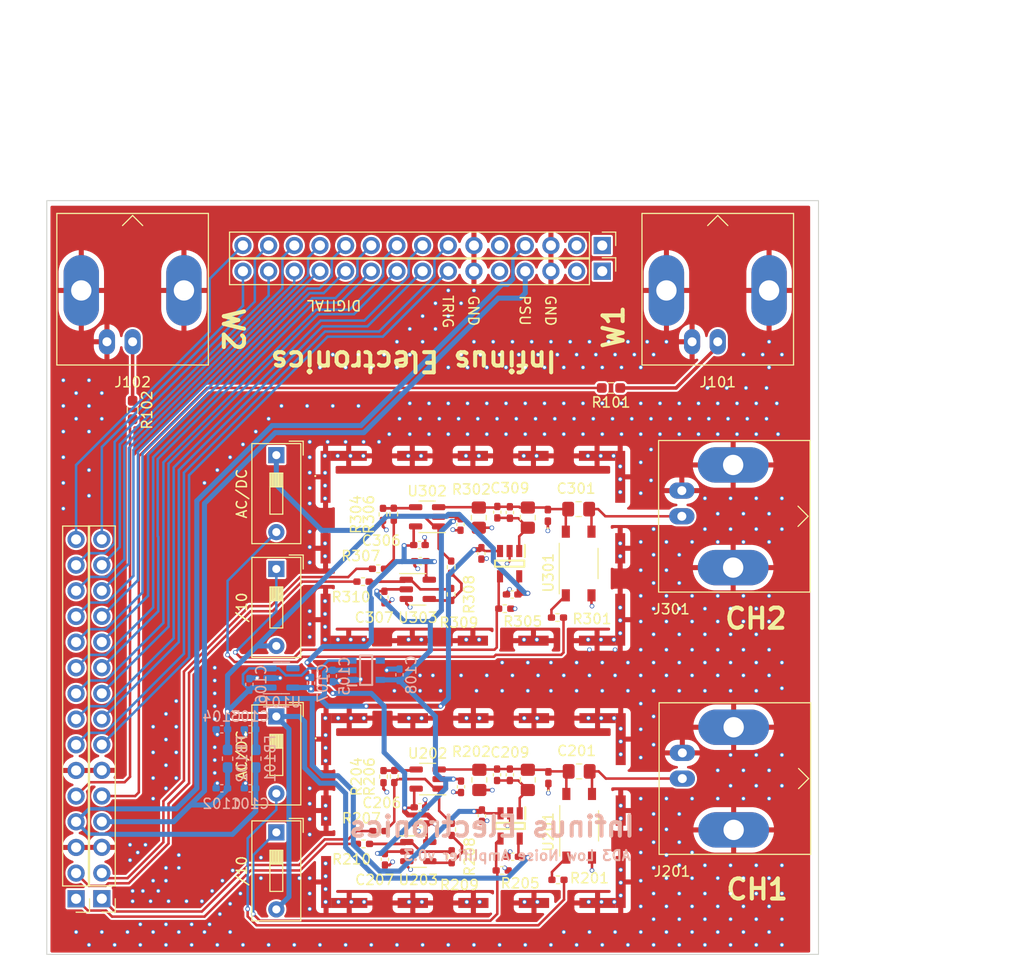
<source format=kicad_pcb>
(kicad_pcb (version 20221018) (generator pcbnew)
  (layers (0 "F.Cu" signal) (1 "In1.Cu" signal) (2 "In2.Cu" signal) (31 "B.Cu" signal) (34 "B.Paste" user) (35 "F.Paste" user) (36 "B.SilkS" user "B.Silkscreen") (37 "F.SilkS" user "F.Silkscreen") (38 "B.Mask" user) (39 "F.Mask" user) (44 "Edge.Cuts" user))
  (net 0 "")
  (net 1 "GND")
  (net 2 "V-")
  (net 3 "V+")
  (net 4 "Net-(IC201-IN)")
  (net 5 "Net-(D201-A2)")
  (net 6 "+2V5")
  (net 7 "-2V5")
  (net 8 "Net-(J201-In)")
  (net 12 "/T1")
  (net 13 "/D8")
  (net 14 "/D9")
  (net 15 "/D10")
  (net 16 "/D11")
  (net 17 "/D12")
  (net 18 "/D13")
  (net 19 "/D14")
  (net 20 "/D15")
  (net 21 "Net-(IC301-IN)")
  (net 22 "Net-(D301-A2)")
  (net 23 "/W2")
  (net 24 "/D0")
  (net 25 "/D1")
  (net 26 "/D2")
  (net 27 "/D3")
  (net 28 "/D4")
  (net 29 "/D5")
  (net 30 "/D6")
  (net 31 "/D7")
  (net 32 "Net-(IC201-COM)")
  (net 33 "CH1_OUT-")
  (net 34 "/W1")
  (net 35 "CH2_OUT-")
  (net 36 "CH1_OUT+")
  (net 37 "CH2_OUT+")
  (net 38 "Net-(U202--)")
  (net 39 "/V-_CONN")
  (net 40 "/T2")
  (net 41 "/V+_CONN")
  (net 42 "Net-(U302--)")
  (net 43 "Net-(J301-In)")
  (net 44 "Net-(IC301-COM)")
  (net 45 "Net-(SW201-B)")
  (net 46 "Net-(SW301-B)")
  (net 48 "Net-(J101-In)")
  (net 49 "Net-(J102-In)")
  (net 53 "Net-(R201-Pad1)")
  (net 54 "Net-(R206-Pad2)")
  (net 55 "Net-(U203--)")
  (net 56 "Net-(R209-Pad1)")
  (net 57 "Net-(R301-Pad1)")
  (net 58 "Net-(R306-Pad2)")
  (net 59 "Net-(U303--)")
  (net 60 "Net-(R309-Pad1)")
  (footprint "Capacitor_SMD:C_0402_1005Metric_Pad0.74x0.62mm_HandSolder" (layer "F.Cu") (at 211.8661 97.9068 180)
    (fp_text reference "C308" hide)
    (fp_text value "1u")
  )
  (footprint "Button_Switch_THT:SW_DIP_SPSTx01_Slide_9.78x4.72mm_W7.62mm_P2.54mm" (layer "F.Cu") (at 197.612 98.6855 -90)
    (fp_text reference "SW302" hide)
    (fp_text value "/10")
  )
  (footprint "Resistor_SMD:R_0805_2012Metric_Pad1.20x1.40mm_HandSolder" (layer "F.Cu") (at 222.504 93.6048 -90)
    (fp_text reference "R303" hide)
    (fp_text value "100k")
  )
  (footprint "SMS409:SMS409F" (layer "F.Cu") (at 217.1156 122.596201)
    (fp_text reference "H201" hide)
    (fp_text value "SMS-409F" hide)
  )
  (footprint "Resistor_SMD:R_0402_1005Metric_Pad0.72x0.64mm_HandSolder" (layer "F.Cu") (at 220.218 102.616)
    (fp_text reference "R305")
    (fp_text value "1k")
  )
  (footprint "Capacitor_SMD:C_0402_1005Metric_Pad0.74x0.62mm_HandSolder" (layer "F.Cu") (at 220.726 93.0968 -90)
    (fp_text reference "C302" hide)
    (fp_text value "270p")
  )
  (footprint "Capacitor_SMD:C_0402_1005Metric_Pad0.74x0.62mm_HandSolder" (layer "F.Cu") (at 208.3101 101.4628 -90)
    (fp_text reference "C307")
    (fp_text value "1u")
  )
  (footprint "Connector_Coaxial:BNC_Amphenol_B6252HB-NPP3G-50_Horizontal" (layer "F.Cu") (at 241.3 76.2)
    (fp_text reference "J101")
    (fp_text value "W1")
  )
  (footprint "Button_Switch_THT:SW_DIP_SPSTx01_Slide_9.78x4.72mm_W7.62mm_P2.54mm" (layer "F.Cu") (at 197.612 113.284 -90)
    (fp_text reference "SW201" hide)
    (fp_text value "AC/DC")
  )
  (footprint "Resistor_SMD:R_0805_2012Metric_Pad1.20x1.40mm_HandSolder" (layer "F.Cu") (at 222.504 119.5632 -90)
    (fp_text reference "R203" hide)
    (fp_text value "100k")
  )
  (footprint "Capacitor_SMD:C_0402_1005Metric_Pad0.74x0.62mm_HandSolder" (layer "F.Cu") (at 219.4814 93.0656 -90)
    (fp_text reference "C309")
    (fp_text value "(select on test)")
  )
  (footprint "Resistor_SMD:R_0402_1005Metric_Pad0.72x0.64mm_HandSolder" (layer "F.Cu") (at 206.1886 99.9388 180)
    (fp_text reference "R310")
    (fp_text value "22")
  )
  (footprint "Resistor_SMD:R_0402_1005Metric_Pad0.72x0.64mm_HandSolder" (layer "F.Cu") (at 214.9649 127.1672 -90)
    (fp_text reference "R209")
    (fp_text value "402")
  )
  (footprint "Capacitor_SMD:C_0805_2012Metric_Pad1.18x1.45mm_HandSolder" (layer "F.Cu") (at 227.584 118.7192 180)
    (fp_text reference "C201")
    (fp_text value "10n")
  )
  (footprint "Resistor_SMD:R_0402_1005Metric_Pad0.72x0.64mm_HandSolder" (layer "F.Cu") (at 207.7634 124.6272 180)
    (fp_text reference "R207")
    (fp_text value "22")
  )
  (footprint "Capacitor_SMD:C_0402_1005Metric_Pad0.74x0.62mm_HandSolder" (layer "F.Cu") (at 220.9546 101.2088 180)
    (fp_text reference "C304" hide)
    (fp_text value "1u")
  )
  (footprint "Resistor_SMD:R_0402_1005Metric_Pad0.72x0.64mm_HandSolder" (layer "F.Cu") (at 207.7126 98.6688 180)
    (fp_text reference "R307")
    (fp_text value "22")
  )
  (footprint "Resistor_SMD:R_0402_1005Metric_Pad0.72x0.64mm_HandSolder" (layer "F.Cu") (at 209.23565 93.2688 -90)
    (fp_text reference "R306")
    (fp_text value "402")
  )
  (footprint "Package_TO_SOT_SMD:SOT-23-5" (layer "F.Cu") (at 211.6121 100.7008)
    (fp_text reference "U303")
    (fp_text value "OPA356xxDBV")
  )
  (footprint "Capacitor_SMD:C_0402_1005Metric_Pad0.74x0.62mm_HandSolder" (layer "F.Cu") (at 208.3609 127.4212 -90)
    (fp_text reference "C207")
    (fp_text value "1u")
  )
  (footprint "Resistor_SMD:R_0603_1608Metric_Pad0.98x0.95mm_HandSolder" (layer "F.Cu") (at 230.7355 80.772 180)
    (fp_text reference "R101")
    (fp_text value "49.9")
  )
  (footprint "Resistor_SMD:R_0402_1005Metric_Pad0.72x0.64mm_HandSolder" (layer "F.Cu") (at 208.21965 119.240501 -90)
    (fp_text reference "R204")
    (fp_text value "100")
  )
  (footprint "Package_TO_SOT_SMD:SOT-23-5" (layer "F.Cu") (at 211.6629 126.6592)
    (fp_text reference "U203")
    (fp_text value "OPA356xxDBV")
  )
  (footprint "Connector_PinHeader_2.54mm:PinHeader_1x15_P2.54mm_Vertical" (layer "F.Cu") (at 180.34 131.318 180)
    (fp_text reference "J106" hide)
    (fp_text value "Conn_01x15_Socket")
  )
  (footprint "Resistor_SMD:R_0402_1005Metric_Pad0.72x0.64mm_HandSolder" (layer "F.Cu") (at 214.9141 101.2088 -90)
    (fp_text reference "R309")
    (fp_text value "402")
  )
  (footprint "Resistor_SMD:R_0402_1005Metric_Pad0.72x0.64mm_HandSolder" (layer "F.Cu") (at 214.9649 124.4627 90)
    (fp_text reference "R208")
    (fp_text value "402")
  )
  (footprint "Resistor_SMD:R_0402_1005Metric_Pad0.72x0.64mm_HandSolder" (layer "F.Cu") (at 206.2394 125.8972 180)
    (fp_text reference "R210")
    (fp_text value "22")
  )
  (footprint "Capacitor_SMD:C_0402_1005Metric_Pad0.74x0.62mm_HandSolder" (layer "F.Cu") (at 211.9169 123.865201 180)
    (fp_text reference "C208" hide)
    (fp_text value "1u")
  )
  (footprint "Capacitor_SMD:C_0402_1005Metric_Pad0.74x0.62mm_HandSolder" (layer "F.Cu") (at 217.9574 123.103201 -90)
    (fp_text reference "C203" hide)
    (fp_text value "1u")
  )
  (footprint "Resistor_SMD:R_0805_2012Metric_Pad1.20x1.40mm_HandSolder" (layer "F.Cu") (at 217.6526 93.6048 -90)
    (fp_text reference "R302")
    (fp_text value "1M")
  )
  (footprint "Capacitor_SMD:C_0402_1005Metric_Pad0.74x0.62mm_HandSolder" (layer "F.Cu") (at 215.89045 120.243201 -90)
    (fp_text reference "C205" hide)
    (fp_text value "1u")
  )
  (footprint "Diode_SMD:D_0402_1005Metric_Pad0.77x0.64mm_HandSolder" (layer "F.Cu") (at 224.4852 93.3841 90)
    (fp_text reference "D301" hide)
    (fp_text value "D_TVS")
  )
  (footprint "Resistor_SMD:R_0402_1005Metric_Pad0.72x0.64mm_HandSolder" (layer "F.Cu") (at 225.4371 103.4948)
    (fp_text reference "R301")
    (fp_text value "402")
  )
  (footprint "Resistor_SMD:R_0402_1005Metric_Pad0.72x0.64mm_HandSolder" (layer "F.Cu") (at 209.28645 119.227201 -90)
    (fp_text reference "R206")
    (fp_text value "402")
  )
  (footprint "Connector_PinHeader_2.54mm:PinHeader_1x15_P2.54mm_Vertical" (layer "F.Cu") (at 229.87 66.675 -90)
    (fp_text reference "J103" hide)
    (fp_text value "Conn_01x15_Pin")
  )
  (footprint "Resistor_SMD:R_0402_1005Metric_Pad0.72x0.64mm_HandSolder" (layer "F.Cu") (at 208.16885 93.2821 -90)
    (fp_text reference "R304")
    (fp_text value "100")
  )
  (footprint "Capacitor_SMD:C_0402_1005Metric_Pad0.74x0.62mm_HandSolder" (layer "F.Cu") (at 215.83965 94.2848 -90)
    (fp_text reference "C305" hide)
    (fp_text value "1u")
  )
  (footprint "Capacitor_SMD:C_0402_1005Metric_Pad0.74x0.62mm_HandSolder" (layer "F.Cu") (at 217.9066 97.1448 -90)
    (fp_text reference "C303" hide)
    (fp_text value "1u")
  )
  (footprint "Button_Switch_THT:SW_DIP_SPSTx01_Slide_9.78x4.72mm_W7.62mm_P2.54mm" (layer "F.Cu") (at 197.612 87.4185 -90)
    (fp_text reference "SW301" hide)
    (fp_text value "AC/DC")
  )
  (footprint "Resistor_SMD:R_0402_1005Metric_Pad0.72x0.64mm_HandSolder" (layer "F.Cu") (at 225.487901 129.4532)
    (fp_text reference "R201")
    (fp_text value "402")
  )
  (footprint "Resistor_SMD:R_0805_2012Metric_Pad1.20x1.40mm_HandSolder" (layer "F.Cu") (at 217.7034 119.563201 -90)
    (fp_text reference "R202")
    (fp_text value "1M")
  )
  (footprint "TS12A4516:SOT95P280X145-5N" (layer "F.Cu") (at 220.7514 124.1192 -90)
    (fp_text reference "IC201" hide)
    (fp_text value "TS12A4516DBVR" hide)
  )
  (footprint "Connector_Coaxial:BNC_Amphenol_B6252HB-NPP3G-50_Horizontal" (layer "F.Cu") (at 237.7948 119.4304 -90)
    (fp_text reference "J201")
    (fp_text value "CH1")
  )
  (footprint "Diode_SMD:D_0402_1005Metric_Pad0.77x0.64mm_HandSolder" (layer "F.Cu") (at 224.536 119.3425 90)
    (fp_text reference "D201" hide)
    (fp_text value "D_TVS")
  )
  (footprint "Capacitor_SMD:C_0402_1005Metric_Pad0.74x0.62mm_HandSolder" (layer "F.Cu") (at 219.456 119.0552 -90)
    (fp_text reference "C209")
    (fp_text value "(select on test)")
  )
  (footprint "Connector_Coaxial:BNC_Amphenol_B6252HB-NPP3G-50_Horizontal" (layer "F.Cu") (at 183.388 76.2)
    (fp_text reference "J102")
    (fp_text value "W2")
  )
  (footprint "Capacitor_SMD:C_0402_1005Metric_Pad0.74x0.62mm_HandSolder" (layer "F.Cu") (at 211.77565 96.3168)
    (fp_text reference "C306")
    (fp_text value "1u")
  )
  (footprint "Package_SO:MFSOP6-4_4.4x3.6mm_P1.27mm" (layer "F.Cu") (at 227.584 124.104 90)
    (fp_text reference "U201")
    (fp_text value "TLP176AM")
  )
  (footprint "Capacitor_SMD:C_0805_2012Metric_Pad1.18x1.45mm_HandSolder" (layer "F.Cu") (at 227.5332 92.7608 180)
    (fp_text reference "C301")
    (fp_text value "10n")
  )
  (footprint "Capacitor_SMD:C_0402_1005Metric_Pad0.74x0.62mm_HandSolder" (layer "F.Cu") (at 211.82645 122.275201)
    (fp_text reference "C206")
    (fp_text value "1u")
  )
  (footprint "SMS409:SMS409F" (layer "F.Cu") (at 217.0648 96.6378)
    (fp_text reference "H301" hide)
    (fp_text value "SMS-409F" hide)
  )
  (footprint "Connector_PinHeader_2.54mm:PinHeader_1x15_P2.54mm_Vertical" (layer "F.Cu") (at 177.7932 131.328 180)
    (fp_text reference "J104" hide)
    (fp_text value "Conn_01x15_Socket")
  )
  (footprint "Connector_PinHeader_2.54mm:PinHeader_1x15_P2.54mm_Vertical" (layer "F.Cu") (at 229.87 69.2155 -90)
    (fp_text reference "J105" hide)
    (fp_text value "Conn_01x15_Pin")
  )
  (footprint "Capacitor_SMD:C_0402_1005Metric_Pad0.74x0.62mm_HandSolder" (layer "F.Cu") (at 220.726 119.0552 -90)
    (fp_text reference "C202" hide)
    (fp_text value "270p")
  )
  (footprint "Connector_Coaxial:BNC_Amphenol_B6252HB-NPP3G-50_Horizontal" (layer "F.Cu") (at 237.744 93.472 -90)
    (fp_text reference "J301")
    (fp_text value "CH1")
  )
  (footprint "Package_TO_SOT_SMD:SOT-23-5" (layer "F.Cu") (at 212.53765 93.5228 180)
    (fp_text reference "U302")
    (fp_text value "OPA356xxDBV")
  )
  (footprint "Package_SO:MFSOP6-4_4.4x3.6mm_P1.27mm" (layer "F.Cu") (at 227.5332 98.1456 90)
    (fp_text reference "U301")
    (fp_text value "TLP176AM")
  )
  (footprint "Button_Switch_THT:SW_DIP_SPSTx01_Slide_9.78x4.72mm_W7.62mm_P2.54mm" (layer "F.Cu") (at 197.612 124.7565 -90)
    (fp_text reference "SW202" hide)
    (fp_text value "/10")
  )
  (footprint "Resistor_SMD:R_0402_1005Metric_Pad0.72x0.64mm_HandSolder" (layer "F.Cu") (at 219.964 128.524)
    (fp_text reference "R205")
    (fp_text value "1k")
  )
  (footprint "Package_TO_SOT_SMD:SOT-23-5" (layer "F.Cu") (at 212.58845 119.481201 180)
    (fp_text reference "U202")
    (fp_text value "OPA356xxDBV")
  )
  (footprint "Resistor_SMD:R_0603_1608Metric_Pad0.98x0.95mm_HandSolder" (layer "F.Cu") (at 183.388 82.9545 -90)
    (fp_text reference "R102")
    (fp_text value "49.9")
  )
  (footprint "Resistor_SMD:R_0402_1005Metric_Pad0.72x0.64mm_HandSolder" (layer "F.Cu") (at 214.9141 98.5043 90)
    (fp_text reference "R308")
    (fp_text value "402")
  )
  (footprint "Capacitor_SMD:C_0402_1005Metric_Pad0.74x0.62mm_HandSolder" (layer "F.Cu") (at 221.0054 127.1672 180)
    (fp_text reference "C204" hide)
    (fp_text value "1u")
  )
  (footprint "TS12A4516:SOT95P280X145-5N" (layer "F.Cu") (at 220.7006 98.1608 -90)
    (fp_text reference "IC301" hide)
    (fp_text value "TS12A4516DBVR" hide)
  )
  (footprint "Inductor_SMD:L_0603_1608Metric_Pad1.05x0.95mm_HandSolder" (layer "B.Cu") (at 195.58 117.461 90)
    (fp_text reference "FB101")
    (fp_text value "FerriteBead_Small")
  )
  (footprint "Capacitor_SMD:C_0402_1005Metric_Pad0.74x0.62mm_HandSolder" (layer "B.Cu") (at 195.0125 120.396 180)
    (fp_text reference "C101")
    (fp_text value "1u")
  )
  (footprint "XC6901:SOT95P280X130-5N" (layer "B.Cu") (at 206.499 108.712)
    (fp_text reference "IC101" hide)
    (fp_text value "XC6901D501MR-G" hide)
  )
  (footprint "Capacitor_SMD:C_0402_1005Metric_Pad0.74x0.62mm_HandSolder" (layer "B.Cu") (at 195.0125 114.554 180)
    (fp_text reference "C103")
    (fp_text value "1u")
  )
  (footprint "Capacitor_SMD:C_0402_1005Metric_Pad0.74x0.62mm_HandSolder" (layer "B.Cu") (at 209.801 109.1605 90)
    (fp_text reference "C108")
    (fp_text value "1u")
  )
  (footprint "Capacitor_SMD:C_0402_1005Metric_Pad0.74x0.62mm_HandSolder" (layer "B.Cu") (at 201.041 109.982 90)
    (fp_text reference "C107")
    (fp_text value "1u")
  )
  (footprint "Capacitor_SMD:C_0402_1005Metric_Pad0.74x0.62mm_HandSolder" (layer "B.Cu") (at 194.945 110.109 90)
    (fp_text reference "C106")
    (fp_text value "1u")
  )
  (footprint "Package_TO_SOT_SMD:SOT-23-5" (layer "B.Cu") (at 198.12 109.474)
    (fp_text reference "U101")
    (fp_text value "MIC5504-2.5YM5")
  )
  (footprint "Capacitor_SMD:C_0402_1005Metric_Pad0.74x0.62mm_HandSolder" (layer "B.Cu") (at 192.2185 120.396 180)
    (fp_text reference "C102")
    (fp_text value "1u")
  )
  (footprint "Inductor_SMD:L_0603_1608Metric_Pad1.05x0.95mm_HandSolder" (layer "B.Cu") (at 192.786 117.461 90)
    (fp_text reference "FB102")
    (fp_text value "FerriteBead_Small")
  )
  (footprint "Capacitor_SMD:C_0402_1005Metric_Pad0.74x0.62mm_HandSolder" (layer "B.Cu") (at 203.197 109.2795 90)
    (fp_text reference "C105")
    (fp_text value "1u")
  )
  (footprint "Capacitor_SMD:C_0402_1005Metric_Pad0.74x0.62mm_HandSolder" (layer "B.Cu") (at 192.2185 114.554 180)
    (fp_text reference "C104")
    (fp_text value "1u")
  )
  (gr_rect (start 174.892 62.23) (end 251.27 136.83) (stroke (width 0.1)) (fill none) (layer "Edge.Cuts"))
  (gr_text "AD3 Low Noise Amplifier v0.3\n" (at 232.791 127.635) (layer "B.SilkS") (effects (font (size 1 1) (thickness 0.2) bold) (justify left bottom mirror)))
  (gr_text "Infinus Electronics" (at 233.299 125.349) (layer "B.SilkS") (effects (font (size 2 2) (thickness 0.4) bold) (justify left bottom mirror)))
  (gr_text "CH2" (at 241.808 104.775) (layer "F.SilkS") (effects (font (size 2 2) (thickness 0.4) bold) (justify left bottom)))
  (gr_text "GND" (at 224.155 71.501 -90) (layer "F.SilkS") (effects (font (size 1 1)) (justify left bottom)))
  (gr_text "CH1\n" (at 241.935 131.572) (layer "F.SilkS") (effects (font (size 2 2) (thickness 0.4) bold) (justify left bottom)))
  (gr_text "Infinus Electronics" (at 225.552 76.962 180) (layer "F.SilkS") (effects (font (size 2 2) (thickness 0.4) bold) (justify left bottom)))
  (gr_text "PSU" (at 221.615 71.501 -90) (layer "F.SilkS") (effects (font (size 1 1)) (justify left bottom)))
  (gr_text "W1" (at 232.156 77.089 90) (layer "F.SilkS") (effects (font (size 2 2) (thickness 0.4) bold) (justify left bottom)))
  (gr_text "DIGITAL" (at 206.121 72.009 180) (layer "F.SilkS") (effects (font (size 1 1)) (justify left bottom)))
  (gr_text "GND" (at 216.535 71.501 -90) (layer "F.SilkS") (effects (font (size 1 1)) (justify left bottom)))
  (gr_text "TRIG" (at 213.995 71.501 -90) (layer "F.SilkS") (effects (font (size 1 1)) (justify left bottom)))
  (gr_text "W2\n" (at 192.151 72.644 270) (layer "F.SilkS") (effects (font (size 2 2) (thickness 0.4) bold) (justify left bottom)))
  (segment (start 210.5254 128.0617) (end 210.9009 128.4372) (width 0.25) (layer "F.Cu") (net 1))
  (segment (start 212.39395 122.2752) (end 212.39395 121.5727) (width 0.25) (layer "F.Cu") (net 1))
  (segment (start 210.5254 127.6092) (end 210.5254 128.0617) (width 0.25) (layer "F.Cu") (net 1))
  (segment (start 208.16885 94.488) (end 208.49905 94.8182) (width 0.25) (layer "F.Cu") (net 1))
  (segment (start 217.6686 94.6048) (end 218.9226 94.6048) (width 0.25) (layer "F.Cu") (net 1))
  (segment (start 209.0721 101.7168) (end 208.7586 102.0303) (width 0.25) (layer "F.Cu") (net 1))
  (segment (start 218.9734 120.5632) (end 218.9894 120.5792) (width 0.25) (layer "F.Cu") (net 1))
  (segment (start 211.3494 124.3137) (end 211.6629 124.6272) (width 0.25) (layer "F.Cu") (net 1))
  (segment (start 212.34315 96.3168) (end 212.34315 95.6143) (width 0.25) (layer "F.Cu") (net 1))
  (segment (start 215.89045 120.8107) (end 215.18795 120.8107) (width 0.25) (layer "F.Cu") (net 1))
  (segment (start 209.1229 127.6752) (end 208.8094 127.9887) (width 0.25) (layer "F.Cu") (net 1))
  (segment (start 209.0721 101.7168) (end 208.7586 102.0303) (width 0.25) (layer "F.Cu") (net 1))
  (segment (start 217.9574 123.6707) (end 218.4059 123.6707) (width 0.25) (layer "F.Cu") (net 1))
  (segment (start 208.7586 102.0303) (end 208.3101 102.0303) (width 0.25) (layer "F.Cu") (net 1))
  (segment (start 211.2986 98.1608) (end 211.2986 98.3553) (width 0.25) (layer "F.Cu") (net 1))
  (segment (start 210.4746 101.6508) (end 210.4746 102.1033) (width 0.25) (layer "F.Cu") (net 1))
  (segment (start 228.8032 101.2956) (end 228.8032 102.3112) (width 0.25) (layer "F.Cu") (net 1))
  (segment (start 208.21965 120.4464) (end 208.54985 120.7766) (width 0.25) (layer "F.Cu") (net 1))
  (segment (start 208.8094 127.9887) (end 208.3609 127.9887) (width 0.25) (layer "F.Cu") (net 1))
  (segment (start 210.4746 102.1033) (end 210.8501 102.4788) (width 0.25) (layer "F.Cu") (net 1))
  (segment (start 217.6686 94.6048) (end 218.9226 94.6048) (width 0.25) (layer "F.Cu") (net 1))
  (segment (start 211.2986 98.1608) (end 211.2986 98.3553) (width 0.25) (layer "F.Cu") (net 1))
  (segment (start 208.21965 119.838) (end 208.21965 120.4464) (width 0.25) (layer "F.Cu") (net 1))
  (segment (start 224.536 119.915) (end 224.536 120.8665) (width 0.25) (layer "F.Cu") (net 1))
  (segment (start 208.16885 94.488) (end 208.49905 94.8182) (width 0.25) (layer "F.Cu") (net 1))
  (segment (start 220.8155 102.616) (end 221.234 102.616) (width 0.25) (layer "F.Cu") (net 1))
  (segment (start 217.7194 120.5632) (end 218.9734 120.5632) (width 0.25) (layer "F.Cu") (net 1))
  (segment (start 218.3551 97.7123) (end 218.4146 97.6528) (width 0.25) (layer "F.Cu") (net 1))
  (segment (start 218.9226 94.6048) (end 218.9386 94.6208) (width 0.25) (layer "F.Cu") (net 1))
  (segment (start 208.21965 120.4464) (end 208.54985 120.7766) (width 0.25) (layer "F.Cu") (net 1))
  (segment (start 210.5254 127.6092) (end 210.5254 128.0617) (width 0.25) (layer "F.Cu") (net 1))
  (segment (start 208.8094 127.9887) (end 208.3609 127.9887) (width 0.25) (layer "F.Cu") (net 1))
  (segment (start 220.7514 122.8692) (end 220.7514 123.8652) (width 0.25) (layer "F.Cu") (net 1))
  (segment (start 220.4379 127.1672) (end 220.4379 126.9727) (width 0.25) (layer "F.Cu") (net 1))
  (segment (start 212.34315 95.6143) (end 212.28365 95.5548) (width 0.25) (layer "F.Cu") (net 1))
  (segment (start 215.89045 120.8107) (end 215.18795 120.8107) (width 0.25) (layer "F.Cu") (net 1))
  (segment (start 208.16885 93.8796) (end 208.16885 94.488) (width 0.25) (layer "F.Cu") (net 1))
  (segment (start 218.9734 120.5632) (end 218.9894 120.5792) (width 0.25) (layer "F.Cu") (net 1))
  (segment (start 211.3494 124.1192) (end 211.3494 124.3137) (width 0.25) (layer "F.Cu") (net 1))
  (segment (start 212.39395 121.5727) (end 212.33445 121.5132) (width 0.25) (layer "F.Cu") (net 1))
  (segment (start 211.2986 98.3553) (end 211.6121 98.6688) (width 0.25) (layer "F.Cu") (net 1))
  (segment (start 224.4852 93.9566) (end 224.4852 94.9081) (width 0.25) (layer "F.Cu") (net 1))
  (segment (start 218.4059 123.6707) (end 218.4654 123.6112) (width 0.25) (layer "F.Cu") (net 1))
  (segment (start 224.4852 93.9566) (end 224.4852 94.9081) (width 0.25) (layer "F.Cu") (net 1))
  (segment (start 220.472 128.524) (end 220.218 128.27) (width 0.25) (layer "F.Cu") (net 1))
  (segment (start 215.18795 120.8107) (end 215.12845 120.7512) (width 0.25) (layer "F.Cu") (net 1))
  (segment (start 210.4746 102.1033) (end 210.8501 102.4788) (width 0.25) (layer "F.Cu") (net 1))
  (segment (start 224.536 119.915) (end 224.536 120.8665) (width 0.25) (layer "F.Cu") (net 1))
  (segment (start 220.3871 101.2088) (end 220.3871 101.0143) (width 0.25) (layer "F.Cu") (net 1))
  (segment (start 208.21965 119.838) (end 208.21965 120.4464) (width 0.25) (layer "F.Cu") (net 1))
  (segment (start 212.39395 122.2752) (end 212.39395 121.5727) (width 0.25) (layer "F.Cu") (net 1))
  (segment (start 211.3494 124.3137) (end 211.6629 124.6272) (width 0.25) (layer "F.Cu") (net 1))
  (segment (start 215.18795 120.8107) (end 215.12845 120.7512) (width 0.25) (layer "F.Cu") (net 1))
  (segment (start 218.9226 94.6048) (end 218.9386 94.6208) (width 0.25) (layer "F.Cu") (net 1))
  (segment (start 212.34315 96.3168) (end 212.34315 95.6143) (width 0.25) (layer "F.Cu") (net 1))
  (segment (start 208.7586 102.0303) (end 208.3101 102.0303) (width 0.25) (layer "F.Cu") (net 1))
  (segment (start 208.16885 93.8796) (end 208.16885 94.488) (width 0.25) (layer "F.Cu") (net 1))
  (segment (start 212.34315 95.6143) (end 212.28365 95.5548) (width 0.25) (layer "F.Cu") (net 1))
  (segment (start 215.13715 94.8523) (end 215.07765 94.7928) (width 0.25) (layer "F.Cu") (net 1))
  (segment (start 217.7194 120.5632) (end 218.9734 120.5632) (width 0.25) (layer "F.Cu") (net 1))
  (segment (start 220.7514 123.8652) (end 220.4974 124.1192) (width 0.25) (layer "F.Cu") (net 1))
  (segment (start 220.5615 128.524) (end 220.472 128.524) (width 0.25) (layer "F.Cu") (net 1))
  (segment (start 215.83965 94.8523) (end 215.13715 94.8523) (width 0.25) (layer "F.Cu") (net 1))
  (segment (start 228.854 127.254) (end 228.854 128.524) (width 0.25) (layer "F.Cu") (net 1))
  (segment (start 212.39395 121.5727) (end 212.33445 121.5132) (width 0.25) (layer "F.Cu") (net 1))
  (segment (start 220.3871 101.0143) (end 220.7006 100.7008) (width 0.25) (layer "F.Cu") (net 1))
  (segment (start 209.1229 127.6752) (end 208.8094 127.9887) (width 0.25) (layer "F.Cu") (net 1))
  (segment (start 228.8032 102.3112) (end 228.854 102.362) (width 0.25) (layer "F.Cu") (net 1))
  (segment (start 210.4746 101.6508) (end 210.4746 102.1033) (width 0.25) (layer "F.Cu") (net 1))
  (segment (start 215.13715 94.8523) (end 215.07765 94.7928) (width 0.25) (layer "F.Cu") (net 1))
  (segment (start 217.9066 97.7123) (end 218.3551 97.7123) (width 0.25) (layer "F.Cu") (net 1))
  (segment (start 220.7006 97.9068) (end 220.4466 98.1608) (width 0.25) (layer "F.Cu") (net 1))
  (segment (start 211.2986 98.3553) (end 211.6121 98.6688) (width 0.25) (layer "F.Cu") (net 1))
  (segment (start 220.7006 96.9108) (end 220.7006 97.9068) (width 0.25) (layer "F.Cu") (net 1))
  (segment (start 215.83965 94.8523) (end 215.13715 94.8523) (width 0.25) (layer "F.Cu") (net 1))
  (segment (start 211.3494 124.1192) (end 211.3494 124.3137) (width 0.25) (layer "F.Cu") (net 1))
  (segment (start 220.4379 126.9727) (end 220.7514 126.6592) (width 0.25) (layer "F.Cu") (net 1))
  (segment (start 210.5254 128.0617) (end 210.9009 128.4372) (width 0.25) (layer "F.Cu") (net 1))
  (via (at 202.438 101.8692) (size 0.45) (drill 0.3) (layers "F.Cu" "B.Cu") (net 1))
  (via (at 237.49 100.076) (size 0.45) (drill 0.3) (layers "F.Cu" "B.Cu") (net 1))
  (via (at 190.5 134.62) (size 0.45) (drill 0.3) (layers "F.Cu" "B.Cu") (net 1))
  (via (at 231.6988 122.1126) (size 0.45) (drill 0.3) (layers "F.Cu" "B.Cu") (net 1))
  (via (at 202.4888 115.1276) (size 0.45) (drill 0.3) (layers "F.Cu" "B.Cu") (net 1))
  (via (at 218.9894 120.5792) (size 0.45) (drill 0.3) (layers "F.Cu" "B.Cu") (net 1))
  (via (at 224.79 107.95) (size 0.45) (drill 0.3) (layers "F.Cu" "B.Cu") (net 1))
  (via (at 214.63 85.344) (size 0.45) (drill 0.3) (layers "F.Cu" "B.Cu") (net 1))
  (via (at 222.1738 131.6376) (size 0.45) (drill 0.3) (layers "F.Cu" "B.Cu") (net 1))
  (via (at 221.361 83.82) (size 0.45) (drill 0.3) (layers "F.Cu" "B.Cu") (net 1))
  (via (at 242.57 91.694) (size 0.45) (drill 0.3) (layers "F.Cu" "B.Cu") (net 1))
  (via (at 188.722 131.572) (size 0.45) (drill 0.3) (layers "F.Cu" "B.Cu") (net 1))
  (via (at 200.66 109.474) (size 0.45) (drill 0.3) (layers "F.Cu" "B.Cu") (net 1))
  (via (at 203.835 109.728) (size 0.45) (drill 0.3) (layers "F.Cu" "B.Cu") (net 1))
  (via (at 234.95 77.47) (size 0.45) (drill 0.3) (layers "F.Cu" "B.Cu") (net 1))
  (via (at 231.6988 114.4926) (size 0.45) (drill 0.3) (layers "F.Cu" "B.Cu") (net 1))
  (via (at 240.411 83.82) (size 0.45) (drill 0.3) (layers "F.Cu" "B.Cu") (net 1))
  (via (at 241.3 82.296) (size 0.45) (drill 0.3) (layers "F.Cu" "B.Cu") (net 1))
  (via (at 222.1738 131.6376) (size 0.45) (drill 0.3) (layers "F.Cu" "B.Cu") (net 1))
  (via (at 236.22 76.2) (size 0.45) (drill 0.3) (layers "F.Cu" "B.Cu") (net 1))
  (via (at 229.7176 87.4928) (size 0.45) (drill 0.3) (layers "F.Cu" "B.Cu") (net 1))
  (via (at 200.914 132.334) (size 0.45) (drill 0.3) (layers "F.Cu" "B.Cu") (net 1))
  (via (at 210.6676 87.4928) (size 0.45) (drill 0.3) (layers "F.Cu" "B.Cu") (net 1))
  (via (at 200.914 92.202) (size 0.45) (drill 0.3) (layers "F.Cu" "B.Cu") (net 1))
  (via (at 232.41 76.2) (size 0.45) (drill 0.3) (layers "F.Cu" "B.Cu") (net 1))
  (via (at 234.95 122.936) (size 0.45) (drill 0.3) (layers "F.Cu" "B.Cu") (net 1))
  (via (at 191.516 118.872) (size 0.45) (drill 0.3) (layers "F.Cu" "B.Cu") (net 1))
  (via (at 206.2226 87.4928) (size 0.45) (drill 0.3) (layers "F.Cu" "B.Cu") (net 1))
  (via (at 240.03 135.89) (size 0.45) (drill 0.3) (layers "F.Cu" "B.Cu") (net 1))
  (via (at 245.11 107.95) (size 0.45) (drill 0.3) (layers "F.Cu" "B.Cu") (net 1))
  (via (at 201.93 78.74) (size 0.45) (drill 0.3) (layers "F.Cu" "B.Cu") (net 1))
  (via (at 245.11 105.156) (size 0.45) (drill 0.3) (layers "F.Cu" "B.Cu") (net 1))
  (via (at 240.03 94.742) (size 0.45) (drill 0.3) (layers "F.Cu" "B.Cu") (net 1))
  (via (at 218.4654 123.6112) (size 0.45) (drill 0.3) (layers "F.Cu" "B.Cu") (net 1))
  (via (at 185.42 134.62) (size 0.45) (drill 0.3) (layers "F.Cu" "B.Cu") (net 1))
  (via (at 228.473 105.6792) (size 0.45) (drill 0.3) (layers "F.Cu" "B.Cu") (net 1))
  (via (at 236.22 129.286) (size 0.45) (drill 0.3) (layers "F.Cu" "B.Cu") (net 1))
  (via (at 247.65 117.094) (size 0.45) (drill 0.3) (layers "F.Cu" "B.Cu") (net 1))
  (via (at 179.07 88.9) (size 0.45) (drill 0.3) (layers "F.Cu" "B.Cu") (net 1))
  (via (at 217.6526 87.4928) (size 0.45) (drill 0.3) (layers "F.Cu" "B.Cu") (net 1))
  (via (at 244.094 80.772) (size 0.45) (drill 0.3) (layers "F.Cu" "B.Cu") (net 1))
  (via (at 202.438 90.4392) (size 0.45) (drill 0.3) (layers "F.Cu" "B.Cu") (net 1))
  (via (at 202.438 90.4392) (size 0.45) (drill 0.3) (layers "F.Cu" "B.Cu") (net 1))
  (via (at 213.36 72.39) (size 0.45) (drill 0.3) (layers "F.Cu" "B.Cu") (net 1))
  (via (at 209.55 76.2) (size 0.45) (drill 0.3) (layers "F.Cu" "B.Cu") (net 1))
  (via (at 194.564 115.062) (size 0.45) (drill 0.3) (layers "F.Cu" "B.Cu") (net 1))
  (via (at 234.696 83.82) (size 0.45) (drill 0.3) (layers "F.Cu" "B.Cu") (net 1))
  (via (at 231.0638 131.6376) (size 0.45) (drill 0.3) (layers "F.Cu" "B.Cu") (net 1))
  (via (at 219.456 83.82) (size 0.45) (drill 0.3) (layers "F.Cu" "B.Cu") (net 1))
  (via (at 231.6988 123.3826) (size 0.45) (drill 0.3) (layers "F.Cu" "B.Cu") (net 1))
  (via (at 202.4126 87.4928) (size 0.45) (drill 0.3) (layers "F.Cu" "B.Cu") (net 1))
  (via (at 233.68 114.554) (size 0.45) (drill 0.3) (layers "F.Cu" "B.Cu") (net 1))
  (via (at 236.22 134.62) (size 0.45) (drill 0.3) (layers "F.Cu" "B.Cu") (net 1))
  (via (at 205.0034 113.4512) (size 0.45) (drill 0.3) (layers "F.Cu" "B.Cu") (net 1))
  (via (at 220.4974 124.1192) (size 0.45) (drill 0.3) (layers "F.Cu" "B.Cu") (net 1))
  (via (at 224.79 76.2) (size 0.45) (drill 0.3) (layers "F.Cu" "B.Cu") (net 1))
  (via (at 243.84 103.886) (size 0.45) (drill 0.3) (layers "F.Cu" "B.Cu") (net 1))
  (via (at 231.6988 128.4626) (size 0.45) (drill 0.3) (layers "F.Cu" "B.Cu") (net 1))
  (via (at 193.04 87.63) (size 0.45) (drill 0.3) (layers "F.Cu" "B.Cu") (net 1))
  (via (at 228.854 102.362) (size 0.45) (drill 0.3) (layers "F.Cu" "B.Cu") (net 1))
  (via (at 214.63 135.89) (size 0.45) (drill 0.3) (layers "F.Cu" "B.Cu") (net 1))
  (via (at 200.914 130.81) (size 0.45) (drill 0.3) (layers "F.Cu" "B.Cu") (net 1))
  (via (at 231.013 105.6792) (size 0.45) (drill 0.3) (layers "F.Cu" "B.Cu") (net 1))
  (via (at 185.42 121.412) (size 0.45) (drill 0.3) (layers "F.Cu" "B.Cu") (net 1))
  (via (at 235.585 85.344) (size 0.45) (drill 0.3) (layers "F.Cu" "B.Cu") (net 1))
  (via (at 229.87 110.744) (size 0.45) (drill 0.3) (layers "F.Cu" "B.Cu") (net 1))
  (via (at 196.85 135.89) (size 0.45) (drill 0.3) (layers "F.Cu" "B.Cu") (net 1))
  (via (at 220.7514 126.6592) (size 0.45) (drill 0.3) (layers "F.Cu" "B.Cu") (net 1))
  (via (at 218.44 82.296) (size 0.45) (drill 0.3) (layers "F.Cu" "B.Cu") (net 1))
  (via (at 179.07 135.89) (size 0.45) (drill 0.3) (layers "F.Cu" "B.Cu") (net 1))
  (via (at 239.395 82.296) (size 0.45) (drill 0.3) (layers "F.Cu" "B.Cu") (net 1))
  (via (at 233.68 85.344) (size 0.45) (drill 0.3) (layers "F.Cu" "B.Cu") (net 1))
  (via (at 231.648 102.5042) (size 0.45) (drill 0.3) (layers "F.Cu" "B.Cu") (net 1))
  (via (at 187.706 116.84) (size 0.45) (drill 0.3) (layers "F.Cu" "B.Cu") (net 1))
  (via (at 246.38 78.74) (size 0.45) (drill 0.3) (layers "F.Cu" "B.Cu") (net 1))
  (via (at 234.95 125.73) (size 0.45) (drill 0.3) (layers "F.Cu" "B.Cu") (net 1))
  (via (at 204.47 135.89) (size 0.45) (drill 0.3) (layers "F.Cu" "B.Cu") (net 1))
  (via (at 191.516 116.332) (size 0.45) (drill 0.3) (layers "F.Cu" "B.Cu") (net 1))
  (via (at 246.38 103.886) (size 0.45) (drill 0.3) (layers "F.Cu" "B.Cu") (net 1))
  (via (at 246.126 83.82) (size 0.45) (drill 0.3) (layers "F.Cu" "B.Cu") (net 1))
  (via (at 242.57 110.744) (size 0.45) (drill 0.3) (layers "F.Cu" "B.Cu") (net 1))
  (via (at 233.68 106.68) (size 0.45) (drill 0.3) (layers "F.Cu" "B.Cu") (net 1))
  (via (at 202.4888 115.1276) (size 0.45) (drill 0.3) (layers "F.Cu" "B.Cu") (net 1))
  (via (at 214.63 78.74) (size 0.45) (drill 0.3) (layers "F.Cu" "B.Cu") (net 1))
  (via (at 231.648 105.0442) (size 0.45) (drill 0.3) (layers "F.Cu" "B.Cu") (net 1))
  (via (at 236.22 109.22) (size 0.45) (drill 0.3) (layers "F.Cu" "B.Cu") (net 1))
  (via (at 233.68 109.22) (size 0.45) (drill 0.3) (layers "F.Cu" "B.Cu") (net 1))
  (via (at 222.504 107.95) (size 0.45) (drill 0.3) (layers "F.Cu" "B.Cu") (net 1))
  (via (at 215.646 83.82) (size 0.45) (drill 0.3) (layers "F.Cu" "B.Cu") (net 1))
  (via (at 245.745 77.47) (size 0.45) (drill 0.3) (layers "F.Cu" "B.Cu") (net 1))
  (via (at 240.284 80.772) (size 0.45) (drill 0.3) (layers "F.Cu" "B.Cu") (net 1))
  (via (at 242.57 94.742) (size 0.45) (drill 0.3) (layers "F.Cu" "B.Cu") (net 1))
  (via (at 186.69 133.858) (size 0.45) (drill 0.3) (layers "F.Cu" "B.Cu") (net 1))
  (via (at 202.4888 129.0976) (size 0.45) (drill 0.3) (layers "F.Cu" "B.Cu") (net 1))
  (via (at 246.38 76.2) (size 0.45) (drill 0.3) (layers "F.Cu" "B.Cu") (net 1))
  (via (at 247.65 77.47) (size 0.45) (drill 0.3) (layers "F.Cu" "B.Cu") (net 1))
  (via (at 239.395 85.344) (size 0.45) (drill 0.3) (layers "F.Cu" "B.Cu") (net 1))
  (via (at 220.7006 100.7008) (size 0.45) (drill 0.3) (layers "F.Cu" "B.Cu") (net 1))
  (via (at 219.71 77.47) (size 0.45) (drill 0.3) (layers "F.Cu" "B.Cu") (net 1))
  (via (at 218.4146 97.6528) (size 0.45) (drill 0.3) (layers "F.Cu" "B.Cu") (net 1))
  (via (at 231.648 96.1542) (size 0.45) (drill 0.3) (layers "F.Cu" "B.Cu") (net 1))
  (via (at 246.38 118.618) (size 0.45) (drill 0.3) (layers "F.Cu" "B.Cu") (net 1))
  (via (at 219.71 135.89) (size 0.45) (drill 0.3) (layers "F.Cu" "B.Cu") (net 1))
  (via (at 204.978 105.6792) (size 0.45) (drill 0.3) (layers "F.Cu" "B.Cu") (net 1))
  (via (at 205.0034 113.4512) (size 0.45) (drill 0.3) (layers "F.Cu" "B.Cu") (net 1))
  (via (at 224.4852 94.9081) (size 0.45) (drill 0.3) (layers "F.Cu" "B.Cu") (net 1))
  (via (at 233.68 129.54) (size 0.45) (drill 0.3) (layers "F.Cu" "B.Cu") (net 1))
  (via (at 237.49 125.73) (size 0.45) (drill 0.3) (layers "F.Cu" "B.Cu") (net 1))
  (via (at 222.25 78.74) (size 0.45) (drill 0.3) (layers "F.Cu" "B.Cu") (net 1))
  (via (at 191.262 130.556) (size 0.45) (drill 0.3) (layers "F.Cu" "B.Cu") (net 1))
  (via (at 246.38 93.218) (size 0.45) (drill 0.3) (layers "F.Cu" "B.Cu") (net 1))
  (via (at 234.95 100.076) (size 0.45) (drill 0.3) (layers "F.Cu" "B.Cu") (net 1))
  (via (at 231.648 105.0442) (size 0.45) (drill 0.3) (layers "F.Cu" "B.Cu") (net 1))
  (via (at 202.4888 127.8276) (size 0.45) (drill 0.3) (layers "F.Cu" "B.Cu") (net 1))
  (via (at 210.82 85.344) (size 0.45) (drill 0.3) (layers "F.Cu" "B.Cu") (net 1))
  (via (at 206.2988 131.6376) (size 0.45) (drill 0.3) (layers "F.Cu" "B.Cu") (net 1))
  (via (at 246.38 121.412) (size 0.45) (drill 0.3) (layers "F.Cu" "B.Cu") (net 1))
  (via (at 223.4438 131.6376) (size 0.45) (drill 0.3) (layers "F.Cu" "B.Cu") (net 1))
  (via (at 217.7034 113.4512) (size 0.45) (drill 0.3) (layers "F.Cu" "B.Cu") (net 1))
  (via (at 233.68 96.012) (size 0.45) (drill 0.3) (layers "F.Cu" "B.Cu") (net 1))
  (via (at 219.964 110.744) (size 0.45) (drill 0.3) (layers "F.Cu" "B.Cu") (net 1))
  (via (at 216.535 78.74) (size 0.45) (drill 0.3) (layers "F.Cu" "B.Cu") (net 1))
  (via (at 211.963 105.6792) (size 0.45) (drill 0.3) (layers "F.Cu" "B.Cu") (net 1))
  (via (at 230.9876 87.4928) (size 0.45) (drill 0.3) (layers "F.Cu" "B.Cu") (net 1))
  (via (at 186.69 120.396) (size 0.45) (drill 0.3) (layers "F.Cu" "B.Cu") (net 1))
  (via (at 204.47 78.74) (size 0.45) (drill 0.3) (layers "F.Cu" "B.Cu") (net 1))
  (via (at 189.23 135.89) (size 0.45) (drill 0.3) (layers "F.Cu" "B.Cu") (net 1))
  (via (at 228.6 76.2) (size 0.45) (drill 0.3) (layers "F.Cu" "B.Cu") (net 1))
  (via (at 228.6 134.62) (size 0.45) (drill 0.3) (layers "F.Cu" "B.Cu") (net 1))
  (via (at 217.17 135.89) (size 0.45) (drill 0.3) (layers "F.Cu" "B.Cu") (net 1))
  (via (at 206.248 105.6792) (size 0.45) (drill 0.3) (layers "F.Cu" "B.Cu") (net 1))
  (via (at 245.11 128.016) (size 0.45) (drill 0.3) (layers "F.Cu" "B.Cu") (net 1))
  (via (at 243.84 96.012) (size 0.45) (drill 0.3) (layers "F.Cu" "B.Cu") (net 1))
  (via (at 217.805 77.47) (size 0.45) (drill 0.3) (layers "F.Cu" "B.Cu") (net 1))
  (via (at 223.4438 131.6376) (size 0.45) (drill 0.3) (layers "F.Cu" "B.Cu") (net 1))
  (via (at 238.76 106.68) (size 0.45) (drill 0.3) (layers "F.Cu" "B.Cu") (net 1))
  (via (at 195.58 85.09) (size 0.45) (drill 0.3) (layers "F.Cu" "B.Cu") (net 1))
  (via (at 191.008 133.858) (size 0.45) (drill 0.3) (layers "F.Cu" "B.Cu") (net 1))
  (via (at 243.84 118.618) (size 0.45) (drill 0.3) (layers "F.Cu" "B.Cu") (net 1))
  (via (at 236.22 96.012) (size 0.45) (drill 0.3) (layers "F.Cu" "B.Cu") (net 1))
  (via (at 222.885 76.2) (size 0.45) (drill 0.3) (layers "F.Cu" "B.Cu") (net 1))
  (via (at 217.7034 113.4512) (size 0.45) (drill 0.3) (layers "F.Cu" "B.Cu") (net 1))
  (via (at 224.4852 94.9081) (size 0.45) (drill 0.3) (layers "F.Cu" "B.Cu") (net 1))
  (via (at 242.57 120.142) (size 0.45) (drill 0.3) (layers "F.Cu" "B.Cu") (net 1))
  (via (at 202.438 89.1692) (size 0.45) (drill 0.3) (layers "F.Cu" "B.Cu") (net 1))
  (via (at 215.12845 120.7512) (size 0.45) (drill 0.3) (layers "F.Cu" "B.Cu") (net 1))
  (via (at 231.0384 113.4512) (size 0.45) (drill 0.3) (layers "F.Cu" "B.Cu") (net 1))
  (via (at 243.84 109.22) (size 0.45) (drill 0.3) (layers "F.Cu" "B.Cu") (net 1))
  (via (at 231.648 103.7742) (size 0.45) (drill 0.3) (layers "F.Cu" "B.Cu") (net 1))
  (via (at 242.57 128.016) (size 0.45) (drill 0.3) (layers "F.Cu" "B.Cu") (net 1))
  (via (at 211.836 83.82) (size 0.45) (drill 0.3) (layers "F.Cu" "B.Cu") (net 1))
  (via (at 237.49 105.156) (size 0.45) (drill 0.3) (layers "F.Cu" "B.Cu") (net 1))
  (via (at 229.87 107.95) (size 0.45) (drill 0.3) (layers "F.Cu" "B.Cu") (net 1))
  (via (at 236.22 121.412) (size 0.45) (drill 0.3) (layers "F.Cu" "B.Cu") (net 1))
  (via (at 240.03 110.744) (size 0.45) (drill 0.3) (layers "F.Cu" "B.Cu") (net 1))
  (via (at 227.965 78.74) (size 0.45) (drill 0.3) (layers "F.Cu" "B.Cu") (net 1))
  (via (at 209.55 135.89) (size 0.45) (drill 0.3) (layers "F.Cu" "B.Cu") (net 1))
  (via (at 202.4888 130.3676) (size 0.45) (drill 0.3) (layers "F.Cu" "B.Cu") (net 1))
  (via (at 180.34 83.82) (size 0.45) (drill 0.3) (layers "F.Cu" "B.Cu") (net 1))
  (via (at 222.25 85.344) (size 0.45) (drill 0.3) (layers "F.Cu" "B.Cu") (net 1))
  (via (at 210.693 105.6792) (size 0.45) (drill 0.3) (layers "F.Cu" "B.Cu") (net 1))
  (via (at 247.65 107.95) (size 0.45) (drill 0.3) (layers "F.Cu" "B.Cu") (net 1))
  (via (at 246.38 101.346) (size 0.45) (drill 0.3) (layers "F.Cu" "B.Cu") (net 1))
  (via (at 215.9 109.22) (size 0.45) (drill 0.3) (layers "F.Cu" "B.Cu") (net 1))
  (via (at 234.95 102.616) (size 0.45) (drill 0.3) (layers "F.Cu" "B.Cu") (net 1))
  (via (at 247.142 82.296) (size 0.45) (drill 0.3) (layers "F.Cu" "B.Cu") (net 1))
  (via (at 240.03 91.694) (size 0.45) (drill 0.3) (layers "F.Cu" "B.Cu") (net 1))
  (via (at 176.53 85.09) (size 0.45) (drill 0.3) (layers "F.Cu" "B.Cu") (net 1))
  (via (at 241.3 129.286) (size 0.45) (drill 0.3) (layers "F.Cu" "B.Cu") (net 1))
  (via (at 229.743 105.6792) (size 0.45) (drill 0.3) (layers "F.Cu" "B.Cu") (net 1))
  (via (at 230.886 83.82) (size 0.45) (drill 0.3) (layers "F.Cu" "B.Cu") (net 1))
  (via (at 203.7334 113.4512) (size 0.45) (drill 0.3) (layers "F.Cu" "B.Cu") (net 1))
  (via (at 243.205 85.344) (size 0.45) (drill 0.3) (layers "F.Cu" "B.Cu") (net 1))
  (via (at 247.65 135.89) (size 0.45) (drill 0.3) (layers "F.Cu" "B.Cu") (net 1))
  (via (at 222.25 135.89) (size 0.45) (drill 0.3) (layers "F.Cu" "B.Cu") (net 1))
  (via (at 241.3 109.22) (size 0.45) (drill 0.3) (layers "F.Cu" "B.Cu") (net 1))
  (via (at 237.49 128.016) (size 0.45) (drill 0.3) (layers "F.Cu" "B.Cu") (net 1))
  (via (at 224.79 135.89) (size 0.45) (drill 0.3) (layers "F.Cu" "B.Cu") (net 1))
  (via (at 203.6826 87.4928) (size 0.45) (drill 0.3) (layers "F.Cu" "B.Cu") (net 1))
  (via (at 236.601 83.82) (size 0.45) (drill 0.3) (layers "F.Cu" "B.Cu") (net 1))
  (via (at 187.706 111.76) (size 0.45) (drill 0.3) (layers "F.Cu" "B.Cu") (net 1))
  (via (at 227.33 77.47) (size 0.45) (drill 0.3) (layers "F.Cu" "B.Cu") (net 1))
  (via (at 211.6629 124.6272) (size 0.45) (drill 0.3) (layers "F.Cu" "B.Cu") (net 1))
  (via (at 224.155 78.74) (size 0.45) (drill 0.3) (layers "F.Cu" "B.Cu") (net 1))
  (via (at 222.25 82.296) (size 0.45) (drill 0.3) (layers "F.Cu" "B.Cu") (net 1))
  (via (at 186.69 135.89) (size 0.45) (drill 0.3) (layers "F.Cu" "B.Cu") (net 1))
  (via (at 195.707 109.474) (size 0.45) (drill 0.3) (layers "F.Cu" "B.Cu") (net 1))
  (via (at 234.95 116.078) (size 0.45) (drill 0.3) (layers "F.Cu" "B.Cu") (net 1))
  (via (at 220.98 109.22) (size 0.45) (drill 0.3) (layers "F.Cu" "B.Cu") (net 1))
  (via (at 238.76 121.412) (size 0.45) (drill 0.3) (layers "F.Cu" "B.Cu") (net 1))
  (via (at 237.49 133.35) (size 0.45) (drill 0.3) (layers "F.Cu" "B.Cu") (net 1))
  (via (at 233.68 124.46) (size 0.45) (drill 0.3) (layers "F.Cu" "B.Cu") (net 1))
  (via (at 202.4888 123.3826) (size 0.45) (drill 0.3) (layers "F.Cu" "B.Cu") (net 1))
  (via (at 231.0638 131.6376) (size 0.45) (drill 0.3) (layers "F.Cu" "B.Cu") (net 1))
  (via (at 202.4888 123.3826) (size 0.45) (drill 0.3) (layers "F.Cu" "B.Cu") (net 1))
  (via (at 231.648 97.4242) (size 0.45) (drill 0.3) (layers "F.Cu" "B.Cu") (net 1))
  (via (at 241.3 106.68) (size 0.45) (drill 0.3) (layers "F.Cu" "B.Cu") (net 1))
  (via (at 186.69 129.54) (size 0.45) (drill 0.3) (layers "F.Cu" "B.Cu") (net 1))
  (via (at 191.516 112.268) (size 0.45) (drill 0.3) (layers "F.Cu" "B.Cu") (net 1))
  (via (at 183.134 127.508) (size 0.45) (drill 0.3) (layers "F.Cu" "B.Cu") (net 1))
  (via (at 220.345 78.74) (size 0.45) (drill 0.3) (layers "F.Cu" "B.Cu") (net 1))
  (via (at 237.49 135.89) (size 0.45) (drill 0.3) (layers "F.Cu" "B.Cu") (net 1))
  (via (at 179.07 82.55) (size 0.45) (drill 0.3) (layers "F.Cu" "B.Cu") (net 1))
  (via (at 233.045 77.47) (size 0.45) (drill 0.3) (layers "F.Cu" "B.Cu") (net 1))
  (via (at 228.981 83.82) (size 0.45) (drill 0.3) (layers "F.Cu" "B.Cu") (net 1))
  (via (at 243.84 121.412) (size 0.45) (drill 0.3) (layers "F.Cu" "B.Cu") (net 1))
  (via (at 183.896 126.746) (size 0.45) (drill 0.3) (layers "F.Cu" "B.Cu") (net 1))
  (via (at 217.424 110.744) (size 0.45) (drill 0.3) (layers "F.Cu" "B.Cu") (net 1))
  (via (at 238.76 103.886) (size 0.45) (drill 0.3) (layers "F.Cu" "B.Cu") (net 1))
  (via (at 223.52 77.47) (size 0.45) (drill 0.3) (layers "F.Cu" "B.Cu") (net 1))
  (via (at 202.4888 129.0976) (size 0.45) (drill 0.3) (layers "F.Cu" "B.Cu") (net 1))
  (via (at 231.775 78.74) (size 0.45) (drill 0.3) (layers "F.Cu" "B.Cu") (net 1))
  (via (at 213.741 83.82) (size 0.45) (drill 0.3) (layers "F.Cu" "B.Cu") (net 1))
  (via (at 196.088 127.254) (size 0.45) (drill 0.3) (layers "F.Cu" "B.Cu") (net 1))
  (via (at 209.1229 127.6752) (size 0.45) (drill 0.3) (layers "F.Cu" "B.Cu") (net 1))
  (via (at 222.123 105.6792) (size 0.45) (drill 0.3) (layers "F.Cu" "B.Cu") (net 1))
  (via (at 229.743 105.6792) (size 0.45) (drill 0.3) (layers "F.Cu" "B.Cu") (net 1))
  (via (at 191.77 135.89) (size 0.45) (drill 0.3) (layers "F.Cu" "B.Cu") (net 1))
  (via (at 203.7588 131.6376) (size 0.45) (drill 0.3) (layers "F.Cu" "B.Cu") (net 1))
  (via (at 200.914 120.396) (size 0.45) (drill 0.3) (layers "F.Cu" "B.Cu") (net 1))
  (via (at 233.68 103.886) (size 0.45) (drill 0.3) (layers "F.Cu" "B.Cu") (net 1))
  (via (at 234.95 133.35) (size 0.45) (drill 0.3) (layers "F.Cu" "B.Cu") (net 1))
  (via (at 210.7438 131.6376) (size 0.45) (drill 0.3) (layers "F.Cu" "B.Cu") (net 1))
  (via (at 238.76 129.286) (size 0.45) (drill 0.3) (layers "F.Cu" "B.Cu") (net 1))
  (via (at 233.68 91.186) (size 0.45) (drill 0.3) (layers "F.Cu" "B.Cu") (net 1))
  (via (at 227.076 83.82) (size 0.45) (drill 0.3) (layers "F.Cu" "B.Cu") (net 1))
  (via (at 233.68 117.348) (size 0.45) (drill 0.3) (layers "F.Cu" "B.Cu") (net 1))
  (via (at 215.9 77.47) (size 0.45) (drill 0.3) (layers "F.Cu" "B.Cu") (net 1))
  (via (at 234.95 107.95) (size 0.45) (drill 0.3) (layers "F.Cu" "B.Cu") (net 1))
  (via (at 208.49905 94.8182) (size 0.45) (drill 0.3) (layers "F.Cu" "B.Cu") (net 1))
  (via (at 241.3 134.62) (size 0.45) (drill 0.3) (layers "F.Cu" "B.Cu") (net 1))
  (via (at 243.84 101.346) (size 0.45) (drill 0.3) (layers "F.Cu" "B.Cu") (net 1))
  (via (at 224.155 85.344) (size 0.45) (drill 0.3) (layers "F.Cu" "B.Cu") (net 1))
  (via (at 233.68 82.296) (size 0.45) (drill 0.3) (layers "F.Cu" "B.Cu") (net 1))
  (via (at 231.648 88.5342) (size 0.45) (drill 0.3) (layers "F.Cu" "B.Cu") (net 1))
  (via (at 224.536 120.8665) (size 0.45) (drill 0.3) (layers "F.Cu" "B.Cu") (net 1))
  (via (at 203.708 105.6792) (size 0.45) (drill 0.3) (layers "F.Cu" "B.Cu") (net 1))
  (via (at 212.0138 131.6376) (size 0.45) (drill 0.3) (layers "F.Cu" "B.Cu") (net 1))
  (via (at 218.44 85.344) (size 0.45) (drill 0.3) (layers "F.Cu" "B.Cu") (net 1))
  (via (at 245.11 133.35) (size 0.45) (drill 0.3) (layers "F.Cu" "B.Cu") (net 1))
  (via (at 229.7684 113.4512) (size 0.45) (drill 0.3) (layers "F.Cu" "B.Cu") (net 1))
  (via (at 234.95 113.284) (size 0.45) (drill 0.3) (layers "F.Cu" "B.Cu") (net 1))
  (via (at 209.55 78.74) (size 0.45) (drill 0.3) (layers "F.Cu" "B.Cu") (net 1))
  (via (at 234.95 94.742) (size 0.45) (drill 0.3) (layers "F.Cu" "B.Cu") (net 1))
  (via (at 246.38 134.62) (size 0.45) (drill 0.3) (layers "F.Cu" "B.Cu") (net 1))
  (via (at 231.6988 115.7626) (size 0.45) (drill 0.3) (layers "F.Cu" "B.Cu") (net 1))
  (via (at 202.4888 116.3976) (size 0.45) (drill 0.3) (layers "F.Cu" "B.Cu") (net 1))
  (via (at 194.056 130.81) (size 0.45) (drill 0.3) (layers "F.Cu" "B.Cu") (net 1))
  (via (at 201.93 135.89) (size 0.45) (drill 0.3) (layers "F.Cu" "B.Cu") (net 1))
  (via (at 184.15 133.858) (size 0.45) (drill 0.3) (layers "F.Cu" "B.Cu") (net 1))
  (via (at 186.69 128.27) (size 0.45) (drill 0.3) (layers "F.Cu" "B.Cu") (net 1))
  (via (at 211.9376 87.4928) (size 0.45) (drill 0.3) (layers "F.Cu" "B.Cu") (net 1))
  (via (at 234.315 76.2) (size 0.45) (drill 0.3) (layers "F.Cu" "B.Cu") (net 1))
  (via (at 237.49 110.744) (size 0.45) (drill 0.3) (layers "F.Cu" "B.Cu") (net 1))
  (via (at 205.0288 131.6376) (size 0.45) (drill 0.3) (layers "F.Cu" "B.Cu") (net 1))
  (via (at 245.11 120.142) (size 0.45) (drill 0.3) (layers "F.Cu" "B.Cu") (net 1))
  (via (at 231.6988 115.7626) (size 0.45) (drill 0.3) (layers "F.Cu" "B.Cu") (net 1))
  (via (at 208.54985 120.7766) (size 0.45) (drill 0.3) (layers "F.Cu" "B.Cu") (net 1))
  (via (at 207.01 78.74) (size 0.45) (drill 0.3) (layers "F.Cu" "B.Cu") (net 1))
  (via (at 186.69 113.03) (size 0.45) (drill 0.3) (layers "F.Cu" "B.Cu") (net 1))
  (via (at 231.6988 117.0326) (size 0.45) (drill 0.3) (layers "F.Cu" "B.Cu") (net 1))
  (via (at 215.9 72.39) (size 0.45) (drill 0.3) (layers "F.Cu" "B.Cu") (net 1))
  (via (at 234.696 86.868) (size 0.45) (drill 0.3) (layers "F.Cu" "B.Cu") (net 1))
  (via (at 215.07765 94.7928) (size 0.45) (drill 0.3) (layers "F.Cu" "B.Cu") (net 1))
  (via (at 191.516 117.602) (size 0.45) (drill 0.3) (layers "F.Cu" "B.Cu") (net 1))
  (via (at 192.278 129.54) (size 0.45) (drill 0.3) (layers "F.Cu" "B.Cu") (net 1))
  (via (at 231.6988 114.4926) (size 0.45) (drill 0.3) (layers "F.Cu" "B.Cu") (net 1))
  (via (at 231.14 106.68) (size 0.45) (drill 0.3) (layers "F.Cu" "B.Cu") (net 1))
  (via (at 231.14 77.47) (size 0.45) (drill 0.3) (layers "F.Cu" "B.Cu") (net 1))
  (via (at 242.57 105.156) (size 0.45) (drill 0.3) (layers "F.Cu" "B.Cu") (net 1))
  (via (at 185.166 131.572) (size 0.45) (drill 0.3) (layers "F.Cu" "B.Cu") (net 1))
  (via (at 191.77 115.062) (size 0.45) (drill 0.3) (layers "F.Cu" "B.Cu") (net 1))
  (via (at 230.505 76.2) (size 0.45) (drill 0.3) (layers "F.Cu" "B.Cu") (net 1))
  (via (at 214.63 82.296) (size 0.45) (drill 0.3) (layers "F.Cu" "B.Cu") (net 1))
  (via (at 213.36 74.93) (size 0.45) (drill 0.3) (layers "F.Cu" "B.Cu") (net 1))
  (via (at 212.33445 121.5132) (size 0.45) (drill 0.3) (layers "F.Cu" "B.Cu") (net 1))
  (via (at 200.914 105.41) (size 0.45) (drill 0.3) (layers "F.Cu" "B.Cu") (net 1))
  (via (at 240.03 105.156) (size 0.45) (drill 0.3) (layers "F.Cu" "B.Cu") (net 1))
  (via (at 236.22 132.08) (size 0.45) (drill 0.3) (layers "F.Cu" "B.Cu") (net 1))
  (via (at 218.9894 120.5792) (size 0.45) (drill 0.3) (layers "F.Cu" "B.Cu") (net 1))
  (via (at 202.438 103.1392) (size 0.45) (drill 0.3) (layers "F.Cu" "B.Cu") (net 1))
  (via (at 202.4888 117.6676) (size 0.45) (drill 0.3) (layers "F.Cu" "B.Cu") (net 1))
  (via (at 243.84 93.218) (size 0.45) (drill 0.3) (layers "F.Cu" "B.Cu") (net 1))
  (via (at 187.96 127) (size 0.45) (drill 0.3) (layers "F.Cu" "B.Cu") (net 1))
  (via (at 202.438 97.4242) (size 0.45) (drill 0.3) (layers "F.Cu" "B.Cu") (net 1))
  (via (at 241.3 121.412) (size 0.45) (drill 0.3) (layers "F.Cu" "B.Cu") (net 1))
  (via (at 210.82 77.47) (size 0.45) (drill 0.3) (layers "F.Cu" "B.Cu") (net 1))
  (via (at 177.8 81.28) (size 0.45) (drill 0.3) (layers "F.Cu" "B.Cu") (net 1))
  (via (at 245.11 117.094) (size 0.45) (drill 0.3) (layers "F.Cu" "B.Cu") (net 1))
  (via (at 220.345 82.296) (size 0.45) (drill 0.3) (layers "F.Cu" "B.Cu") (net 1))
  (via (at 243.205 82.296) (size 0.45) (drill 0.3) (layers "F.Cu" "B.Cu") (net 1))
  (via (at 223.4184 113.4512) (size 0.45) (drill 0.3) (layers "F.Cu" "B.Cu") (net 1))
  (via (at 241.3 96.012) (size 0.45) (drill 0.3) (layers "F.Cu" "B.Cu") (net 1))
  (via (at 220.218 128.27) (size 0.45) (drill 0.3) (layers "F.Cu" "B.Cu") (net 1))
  (via (at 204.9526 87.4928) (size 0.45) (drill 0.3) (layers "F.Cu" "B.Cu") (net 1))
  (via (at 206.248 105.6792) (size 0.45) (drill 0.3) (layers "F.Cu" "B.Cu") (net 1))
  (via (at 217.678 105.6792) (size 0.45) (drill 0.3) (layers "F.Cu" "B.Cu") (net 1))
  (via (at 212.725 82.296) (size 0.45) (drill 0.3) (layers "F.Cu" "B.Cu") (net 1))
  (via (at 231.775 82.296) (size 0.45) (drill 0.3) (layers "F.Cu" "B.Cu") (net 1))
  (via (at 242.57 130.81) (size 0.45) (drill 0.3) (layers "F.Cu" "B.Cu") (net 1))
  (via (at 226.06 109.22) (size 0.45) (drill 0.3) (layers "F.Cu" "B.Cu") (net 1))
  (via (at 210.7438 131.6376) (size 0.45) (drill 0.3) (layers "F.Cu" "B.Cu") (net 1))
  (via (at 204.47 86.106) (size 0.45) (drill 0.3) (layers "F.Cu" "B.Cu") (net 1))
  (via (at 205.74 82.55) (size 0.45) (drill 0.3) (layers "F.Cu" "B.Cu") (net 1))
  (via (at 213.106 109.22) (size 0.45) (drill 0.3) (layers "F.Cu" "B.Cu") (net 1))
  (via (at 241.3 132.08) (size 0.45) (drill 0.3) (layers "F.Cu" "B.Cu") (net 1))
  (via (at 247.65 130.81) (size 0.45) (drill 0.3) (layers "F.Cu" "B.Cu") (net 1))
  (via (at 193.04 131.826) (size 0.45) (drill 0.3) (layers "F.Cu" "B.Cu") (net 1))
  (via (at 200.914 121.92) (size 0.45) (drill 0.3) (layers "F.Cu" "B.Cu") (net 1))
  (via (at 193.04 134.62) (size 0.45) (drill 0.3) (layers "F.Cu" "B.Cu") (net 1))
  (via (at 223.266 83.82) (size 0.45) (drill 0.3) (layers "F.Cu" "B.Cu") (net 1))
  (via (at 183.134 125.984) (size 0.45) (drill 0.3) (layers "F.Cu" "B.Cu") (net 1))
  (via (at 211.963 105.6792) (size 0.45) (drill 0.3) (layers "F.Cu" "B.Cu") (net 1))
  (via (at 182.88 134.62) (size 0.45) (drill 0.3) (layers "F.Cu" "B.Cu") (net 1))
  (via (at 202.438 104.4092) (size 0.45) (drill 0.3) (layers "F.Cu" "B.Cu") (net 1))
  (via (at 217.6526 87.4928) (size 0.45) (drill 0.3) (layers "F.Cu" "B.Cu") (net 1))
  (via (at 229.7176 87.4928) (size 0.45) (drill 0.3) (layers "F.Cu" "B.Cu") (net 1))
  (via (at 216.4334 113.4512) (size 0.45) (drill 0.3) (layers "F.Cu" "B.Cu") (net 1))
  (via (at 233.68 112.014) (size 0.45) (drill 0.3) (layers "F.Cu" "B.Cu") (net 1))
  (via (at 211.836 110.744) (size 0.45) (drill 0.3) (layers "F.Cu" "B.Cu") (net 1))
  (via (at 202.4126 87.4928) (size 0.45) (drill 0.3) (layers "F.Cu" "B.Cu") (net 1))
  (via (at 237.49 102.616) (size 0.45) (drill 0.3) (layers "F.Cu" "B.Cu") (net 1))
  (via (at 200.914 94.996) (size 0.45) (drill 0.3) (layers "F.Cu" "B.Cu") (net 1))
  (via (at 231.6988 129.7326) (size 0.45) (drill 0.3) (layers "F.Cu" "B.Cu") (net 1))
  (via (at 231.648 102.5042) (size 0.45) (drill 0.3) (layers "F.Cu" "B.Cu") (net 1))
  (via (at 224.536 120.8665) (size 0.45) (drill 0.3) (layers "F.Cu" "B.Cu") (net 1))
  (via (at 234.95 110.744) (size 0.45) (drill 0.3) (layers "F.Cu" "B.Cu") (net 1))
  (via (at 180.34 134.62) (size 0.45) (drill 0.3) (layers "F.Cu" "B.Cu") (net 1))
  (via (at 236.22 106.68) (size 0.45) (drill 0.3) (layers "F.Cu" "B.Cu") (net 1))
  (via (at 231.013 105.6792) (size 0.45) (drill 0.3) (layers "F.Cu" "B.Cu") (net 1))
  (via (at 237.49 97.282) (size 0.45) (drill 0.3) (layers "F.Cu" "B.Cu") (net 1))
  (via (at 237.49 85.344) (size 0.45) (drill 0.3) (layers "F.Cu" "B.Cu") (net 1))
  (via (at 200.914 98.044) (size 0.45) (drill 0.3) (layers "F.Cu" "B.Cu") (net 1))
  (via (at 222.504 110.744) (size 0.45) (drill 0.3) (layers "F.Cu" "B.Cu") (net 1))
  (via (at 202.4888 127.8276) (size 0.45) (drill 0.3) (layers "F.Cu" "B.Cu") (net 1))
  (via (at 211.6121 98.6688) (size 0.45) (drill 0.3) (layers "F.Cu" "B.Cu") (net 1))
  (via (at 226.06 78.74) (size 0.45) (drill 0.3) (layers "F.Cu" "B.Cu") (net 1))
  (via (at 193.294 128.524) (size 0.45) (drill 0.3) (layers "F.Cu" "B.Cu") (net 1))
  (via (at 226.695 76.2) (size 0.45) (drill 0.3) (layers "F.Cu" "B.Cu") (net 1))
  (via (at 177.8 83.82) (size 0.45) (drill 0.3) (layers "F.Cu" "B.Cu") (net 1))
  (via (at 242.57 107.95) (size 0.45) (drill 0.3) (layers "F.Cu" "B.Cu") (net 1))
  (via (at 231.0384 113.4512) (size 0.45) (drill 0.3) (layers "F.Cu" "B.Cu") (net 1))
  (via (at 215.12845 120.7512) (size 0.45) (drill 0.3) (layers "F.Cu" "B.Cu") (net 1))
  (via (at 237.49 82.296) (size 0.45) (drill 0.3) (layers "F.Cu" "B.Cu") (net 1))
  (via (at 231.6988 129.7326) (size 0.45) (drill 0.3) (layers "F.Cu" "B.Cu") (net 1))
  (via (at 200.914 123.444) (size 0.45) (drill 0.3) (layers "F.Cu" "B.Cu") (net 1))
  (via (at 222.0976 87.4928) (size 0.45) (drill 0.3) (layers "F.Cu" "B.Cu") (net 1))
  (via (at 186.944 131.572) (size 0.45) (drill 0.3) (layers "F.Cu" "B.Cu") (net 1))
  (via (at 199.39 135.89) (size 0.45) (drill 0.3) (layers "F.Cu" "B.Cu") (net 1))
  (via (at 232.41 107.95) (size 0.45) (drill 0.3) (layers "F.Cu" "B.Cu") (net 1))
  (via (at 246.38 132.08) (size 0.45) (drill 0.3) (layers "F.Cu" "B.Cu") (net 1))
  (via (at 233.68 101.346) (size 0.45) (drill 0.3) (layers "F.Cu" "B.Cu") (net 1))
  (via (at 207.772 86.106) (size 0.45) (drill 0.3) (layers "F.Cu" "B.Cu") (net 1))
  (via (at 202.4634 113.4512) (size 0.45) (drill 0.3) (layers "F.Cu" "B.Cu") (net 1))
  (via (at 202.4888 117.6676) (size 0.45) (drill 0.3) (layers "F.Cu" "B.Cu") (net 1))
  (via (at 247.65 133.35) (size 0.45) (drill 0.3) (layers "F.Cu" "B.Cu") (net 1))
  (via (at 229.87 135.89) (size 0.45) (drill 0.3) (layers "F.Cu" "B.Cu") (net 1))
  (via (at 215.07765 94.7928) (size 0.45) (drill 0.3) (layers "F.Cu" "B.Cu") (net 1))
  (via (at 232.41 110.744) (size 0.45) (drill 0.3) (layers "F.Cu" "B.Cu") (net 1))
  (via (at 210.82 82.296) (size 0.45) (drill 0.3) (layers "F.Cu" "B.Cu") (net 1))
  (via (at 179.07 85.09) (size 0.45) (drill 0.3) (layers "F.Cu" "B.Cu") (net 1))
  (via (at 236.22 103.886) (size 0.45) (drill 0.3) (layers "F.Cu" "B.Cu") (net 1))
  (via (at 228.473 105.6792) (size 0.45) (drill 0.3) (layers "F.Cu" "B.Cu") (net 1))
  (via (at 212.28365 95.5548) (size 0.45) (drill 0.3) (layers "F.Cu" "B.Cu") (net 1))
  (via (at 240.03 128.016) (size 0.45) (drill 0.3) (layers "F.Cu" "B.Cu") (net 1))
  (via (at 231.775 85.344) (size 0.45) (drill 0.3) (layers "F.Cu" "B.Cu") (net 1))
  (via (at 231.6988 117.0326) (size 0.45) (drill 0.3) (layers "F.Cu" "B.Cu") (net 1))
  (via (at 243.84 106.68) (size 0.45) (drill 0.3) (layers "F.Cu" "B.Cu") (net 1))
  (via (at 242.316 83.82) (size 0.45) (drill 0.3) (layers "F.Cu" "B.Cu") (net 1))
  (via (at 202.438 101.8692) (size 0.45) (drill 0.3) (layers "F.Cu" "B.Cu") (net 1))
  (via (at 202.4888 116.3976) (size 0.45) (drill 0.3) (layers "F.Cu" "B.Cu") (net 1))
  (via (at 231.14 109.22) (size 0.45) (drill 0.3) (layers "F.Cu" "B.Cu") (net 1))
  (via (at 176.53 92.71) (size 0.45) (drill 0.3) (layers "F.Cu" "B.Cu") (net 1))
  (via (at 238.76 132.08) (size 0.45) (drill 0.3) (layers "F.Cu" "B.Cu") (net 1))
  (via (at 234.95 105.156) (size 0.45) (drill 0.3) (layers "F.Cu" "B.Cu") (net 1))
  (via (at 176.53 87.63) (size 0.45) (drill 0.3) (layers "F.Cu" "B.Cu") (net 1))
  (via (at 234.95 97.282) (size 0.45) (drill 0.3) (layers "F.Cu" "B.Cu") (net 1))
  (via (at 186.69 115.57) (size 0.45) (drill 0.3) (layers "F.Cu" "B.Cu") (net 1))
  (via (at 184.15 135.89) (size 0.45) (drill 0.3) (layers "F.Cu" "B.Cu") (net 1))
  (via (at 233.68 78.74) (size 0.45) (drill 0.3) (layers "F.Cu" "B.Cu") (net 1))
  (via (at 202.4888 122.1126) (size 0.45) (drill 0.3) (layers "F.Cu" "B.Cu") (net 1))
  (via (at 217.678 105.6792) (size 0.45) (drill 0.3) (layers "F.Cu" "B.Cu") (net 1))
  (via (at 245.11 130.81) (size 0.45) (drill 0.3) (layers "F.Cu" "B.Cu") (net 1))
  (via (at 214.63 73.66) (size 0.45) (drill 0.3) (layers "F.Cu" "B.Cu") (net 1))
  (via (at 209.296 110.744) (size 0.45) (drill 0.3) (layers "F.Cu" "B.Cu") (net 1))
  (via (at 240.03 102.616) (size 0.45) (drill 0.3) (layers "F.Cu" "B.Cu") (net 1))
  (via (at 236.22 124.46) (size 0.45) (drill 0.3) (layers "F.Cu" "B.Cu") (net 1))
  (via (at 226.06 82.296) (size 0.45) (drill 0.3) (layers "F.Cu" "B.Cu") (net 1))
  (via (at 227.965 82.296) (size 0.45) (drill 0.3) (layers "F.Cu" "B.Cu") (net 1))
  (via (at 234.95 135.89) (size 0.45) (drill 0.3) (layers "F.Cu" "B.Cu") (net 1))
  (via (at 221.615 77.47) (size 0.45) (drill 0.3) (layers "F.Cu" "B.Cu") (net 1))
  (via (at 186.69 118.11) (size 0.45) (drill 0.3) (layers "F.Cu" "B.Cu") (net 1))
  (via (at 216.535 85.344) (size 0.45) (drill 0.3) (layers "F.Cu" "B.Cu") (net 1))
  (via (at 228.4984 113.4512) (size 0.45) (drill 0.3) (layers "F.Cu" "B.Cu") (net 1))
  (via (at 210.82 74.93) (size 0.45) (drill 0.3) (layers "F.Cu" "B.Cu") (net 1))
  (via (at 200.914 86.106) (size 0.45) (drill 0.3) (layers "F.Cu" "B.Cu") (net 1))
  (via (at 227.33 107.95) (size 0.45) (drill 0.3) (layers "F.Cu" "B.Cu") (net 1))
  (via (at 206.2734 113.4512) (size 0.45) (drill 0.3) (layers "F.Cu" "B.Cu") (net 1))
  (via (at 228.6 109.22) (size 0.45) (drill 0.3) (layers "F.Cu" "B.Cu") (net 1))
  (via (at 206.2988 131.6376) (size 0.45) (drill 0.3) (layers "F.Cu" "B.Cu") (net 1))
  (via (at 233.68 88.138) (size 0.45) (drill 0.3) (layers "F.Cu" "B.Cu") (net 1))
  (via (at 237.49 107.95) (size 0.45) (drill 0.3) (layers "F.Cu" "B.Cu") (net 1))
  (via (at 211.836 109.22) (size 0.45) (drill 0.3) (layers "F.Cu" "B.Cu") (net 1))
  (via (at 231.648 89.8042) (size 0.45) (drill 0.3) (layers "F.Cu" "B.Cu") (net 1))
  (via (at 238.76 101.346) (size 0.45) (drill 0.3) (layers "F.Cu" "B.Cu") (net 1))
  (via (at 205.9625 109.601) (size 0.45) (drill 0.3) (layers "F.Cu" "B.Cu") (net 1))
  (via (at 220.98 76.2) (size 0.45) (drill 0.3) (layers "F.Cu" "B.Cu") (net 1))
  (via (at 200.914 124.968) (size 0.45) (drill 0.3) (layers "F.Cu" "B.Cu") (net 1))
  (via (at 247.65 120.142) (size 0.45) (drill 0.3) (layers "F.Cu" "B.Cu") (net 1))
  (via (at 222.123 105.6792) (size 0.45) (drill 0.3) (layers "F.Cu" "B.Cu") (net 1))
  (via (at 237.49 130.81) (size 0.45) (drill 0.3) (layers "F.Cu" "B.Cu") (net 1))
  (via (at 238.76 126.746) (size 0.45) (drill 0.3) (layers "F.Cu" "B.Cu") (net 1))
  (via (at 200.914 102.87) (size 0.45) (drill 0.3) (layers "F.Cu" "B.Cu") (net 1))
  (via (at 202.692 86.106) (size 0.45) (drill 0.3) (layers "F.Cu" "B.Cu") (net 1))
  (via (at 200.914 87.63) (size 0.45) (drill 0.3) (layers "F.Cu" "B.Cu") (net 1))
  (via (at 196.85 83.82) (size 0.45) (drill 0.3) (layers "F.Cu" "B.Cu") (net 1))
  (via (at 202.438 103.1392) (size 0.45) (drill 0.3) (layers "F.Cu" "B.Cu") (net 1))
  (via (at 238.76 109.22) (size 0.45) (drill 0.3) (layers "F.Cu" "B.Cu") (net 1))
  (via (at 209.804 83.82) (size 0.45) (drill 0.3) (layers "F.Cu" "B.Cu") (net 1))
  (via (at 202.438 105.6792) (size 0.45) (drill 0.3) (layers "F.Cu" "B.Cu") (net 1))
  (via (at 216.3826 87.4928) (size 0.45) (drill 0.3) (layers "F.Cu" "B.Cu") (net 1))
  (via (at 241.3 93.218) (size 0.45) (drill 0.3) (layers "F.Cu" "B.Cu") (net 1))
  (via (at 231.648 91.0742) (size 0.45) (drill 0.3) (layers "F.Cu" "B.Cu") (net 1))
  (via (at 231.6988 128.4626) (size 0.45) (drill 0.3) (layers "F.Cu" "B.Cu") (net 1))
  (via (at 217.551 83.82) (size 0.45) (drill 0.3) (layers "F.Cu" "B.Cu") (net 1))
  (via (at 241.3 85.344) (size 0.45) (drill 0.3) (layers "F.Cu" "B.Cu") (net 1))
  (via (at 181.61 135.89) (size 0.45) (drill 0.3) (layers "F.Cu" "B.Cu") (net 1))
  (via (at 247.65 91.694) (size 0.45) (drill 0.3) (layers "F.Cu" "B.Cu") (net 1))
  (via (at 234.696 89.916) (size 0.45) (drill 0.3) (layers "F.Cu" "B.Cu") (net 1))
  (via (at 187.706 119.38) (size 0.45) (drill 0.3) (layers "F.Cu" "B.Cu") (net 1))
  (via (at 217.7288 131.6376) (size 0.45) (drill 0.3) (layers "F.Cu" "B.Cu") (net 1))
  (via (at 191.516 109.728) (size 0.45) (drill 0.3) (layers "F.Cu" "B.Cu") (net 1))
  (via (at 242.57 117.094) (size 0.45) (drill 0.3) (layers "F.Cu" "B.Cu") (net 1))
  (via (at 240.03 133.35) (size 0.45) (drill 0.3) (layers "F.Cu" "B.Cu") (net 1))
  (via (at 242.57 133.35) (size 0.45) (drill 0.3) (layers "F.Cu" "B.Cu") (net 1))
  (via (at 231.648 97.4242) (size 0.45) (drill 0.3) (layers "F.Cu" "B.Cu") (net 1))
  (via (at 243.84 132.08) (size 0.45) (drill 0.3) (layers "F.Cu" "B.Cu") (net 1))
  (via (at 245.11 110.744) (size 0.45) (drill 0.3) (layers "F.Cu" "B.Cu") (net 1))
  (via (at 203.2 82.55) (size 0.45) (drill 0.3) (layers "F.Cu" "B.Cu") (net 1))
  (via (at 228.6 106.68) (size 0.45) (drill 0.3) (layers "F.Cu" "B.Cu") (net 1))
  (via (at 213.868 110.744) (size 0.45) (drill 0.3) (layers "F.Cu" "B.Cu") (net 1))
  (via (at 224.155 82.296) (size 0.45) (drill 0.3) (layers "F.Cu" "B.Cu") (net 1))
  (via (at 212.28365 95.5548) (size 0.45) (drill 0.3) (layers "F.Cu" "B.Cu") (net 1))
  (via (at 183.388 130.556) (size 0.45) (drill 0.3) (layers "F.Cu" "B.Cu") (net 1))
  (via (at 222.1484 113.4512) (size 0.45) (drill 0.3) (layers "F.Cu" "B.Cu") (net 1))
  (via (at 202.438 97.4242) (size 0.45) (drill 0.3) (layers "F.Cu" "B.Cu") (net 1))
  (via (at 222.0976 87.4928) (size 0.45) (drill 0.3) (layers "F.Cu" "B.Cu") (net 1))
  (via (at 216.4588 131.6376) (size 0.45) (drill 0.3) (layers "F.Cu" "B.Cu") (net 1))
  (via (at 233.68 134.62) (size 0.45) (drill 0.3) (layers "F.Cu" "B.Cu") (net 1))
  (via (at 211.9376 87.4928) (size 0.45) (drill 0.3) (layers "F.Cu" "B.Cu") (net 1))
  (via (at 205.74 77.47) (size 0.45) (drill 0.3) (layers "F.Cu" "B.Cu") (net 1))
  (via (at 219.075 76.2) (size 0.45) (drill 0.3) (layers "F.Cu" "B.Cu") (net 1))
  (via (at 241.3 103.886) (size 0.45) (drill 0.3) (layers "F.Cu" "B.Cu") (net 1))
  (via (at 210.8501 102.4788) (size 0.45) (drill 0.3) (layers "F.Cu" "B.Cu") (net 1))
  (via (at 243.84 129.286) (size 0.45) (drill 0.3) (layers "F.Cu" "B.Cu") (net 1))
  (via (at 210.7184 113.4512) (size 0.45) (drill 0.3) (layers "F.Cu" "B.Cu") (net 1))
  (via (at 220.4466 98.1608) (size 0.45) (drill 0.3) (layers "F.Cu" "B.Cu") (net 1))
  (via (at 247.65 94.742) (size 0.45) (drill 0.3) (layers "F.Cu" "B.Cu") (net 1))
  (via (at 218.44 78.74) (size 0.45) (drill 0.3) (layers "F.Cu" "B.Cu") (net 1))
  (via (at 233.68 121.412) (size 0.45) (drill 0.3) (layers "F.Cu" "B.Cu") (net 1))
  (via (at 235.585 82.296) (size 0.45) (drill 0.3) (layers "F.Cu" "B.Cu") (net 1))
  (via (at 200.914 96.52) (size 0.45) (drill 0.3) (layers "F.Cu" "B.Cu") (net 1))
  (via (at 236.22 127) (size 0.45) (drill 0.3) (layers "F.Cu" "B.Cu") (net 1))
  (via (at 240.03 107.95) (size 0.45) (drill 0.3) (layers "F.Cu" "B.Cu") (net 1))
  (via (at 209.1229 127.6752) (size 0.45) (drill 0.3) (layers "F.Cu" "B.Cu") (net 1))
  (via (at 214.63 71.12) (size 0.45) (drill 0.3) (layers "F.Cu" "B.Cu") (net 1))
  (via (at 222.1484 113.4512) (size 0.45) (drill 0.3) (layers "F.Cu" "B.Cu") (net 1))
  (via (at 234.95 130.81) (size 0.45) (drill 0.3) (layers "F.Cu" "B.Cu") (net 1))
  (via (at 212.33445 121.5132) (size 0.45) (drill 0.3) (layers "F.Cu" "B.Cu") (net 1))
  (via (at 202.438 96.1542) (size 0.45) (drill 0.3) (layers "F.Cu" "B.Cu") (net 1))
  (via (at 185.42 116.84) (size 0.45) (drill 0.3) (layers "F.Cu" "B.Cu") (net 1))
  (via (at 228.854 128.524) (size 0.45) (drill 0.3) (layers "F.Cu" "B.Cu") (net 1))
  (via (at 176.53 80.01) (size 0.45) (drill 0.3) (layers "F.Cu" "B.Cu") (net 1))
  (via (at 216.4588 131.6376) (size 0.45) (drill 0.3) (layers "F.Cu" "B.Cu") (net 1))
  (via (at 228.5238 131.6376) (size 0.45) (drill 0.3) (layers "F.Cu" "B.Cu") (net 1))
  (via (at 223.4184 113.4512) (size 0.45) (drill 0.3) (layers "F.Cu" "B.Cu") (net 1))
  (via (at 221.234 102.616) (size 0.45) (drill 0.3) (layers "F.Cu" "B.Cu") (net 1))
  (via (at 232.791 83.82) (size 0.45) (drill 0.3) (layers "F.Cu" "B.Cu") (net 1))
  (via (at 191.516 108.458) (size 0.45) (drill 0.3) (layers "F.Cu" "B.Cu") (net 1))
  (via (at 226.06 85.344) (size 0.45) (drill 0.3) (layers "F.Cu" "B.Cu") (net 1))
  (via (at 245.11 82.296) (size 0.45) (drill 0.3) (layers "F.Cu" "B.Cu") (net 1))
  (via (at 187.96 134.62) (size 0.45) (drill 0.3) (layers "F.Cu" "B.Cu") (net 1))
  (via (at 238.506 83.82) (size 0.45) (drill 0.3) (layers "F.Cu" "B.Cu") (net 1))
  (via (at 228.4476 87.4928) (size 0.45) (drill 0.3) (layers "F.Cu" "B.Cu") (net 1))
  (via (at 220.345 85.344) (size 0.45) (drill 0.3) (layers "F.Cu" "B.Cu") (net 1))
  (via (at 241.3 118.618) (size 0.45) (drill 0.3) (layers "F.Cu" "B.Cu") (net 1))
  (via (at 229.7938 131.6376) (size 0.45) (drill 0.3) (layers "F.Cu" "B.Cu") (net 1))
  (via (at 179.07 80.01) (size 0.45) (drill 0.3) (layers "F.Cu" "B.Cu") (net 1))
  (via (at 176.53 82.55) (size 0.45) (drill 0.3) (layers "F.Cu" "B.Cu") (net 1))
  (via (at 229.87 78.74) (size 0.45) (drill 0.3) (layers "F.Cu" "B.Cu") (net 1))
  (via (at 210.7184 113.4512) (size 0.45) (drill 0.3) (layers "F.Cu" "B.Cu") (net 1))
  (via (at 232.41 135.89) (size 0.45) (drill 0.3) (layers "F.Cu" "B.Cu") (net 1))
  (via (at 226.06 134.62) (size 0.45) (drill 0.3) (layers "F.Cu" "B.Cu") (net 1))
  (via (at 209.0721 101.7168) (size 0.45) (drill 0.3) (layers "F.Cu" "B.Cu") (net 1))
  (via (at 202.4888 131.6376) (size 0.45) (drill 0.3) (layers "F.Cu" "B.Cu") (net 1))
  (via (at 223.393 105.6792) (size 0.45) (drill 0.3) (layers "F.Cu" "B.Cu") (net 1))
  (via (at 230.9876 87.4928) (size 0.45) (drill 0.3) (layers "F.Cu" "B.Cu") (net 1))
  (via (at 237.49 122.936) (size 0.45) (drill 0.3) (layers "F.Cu" "B.Cu") (net 1))
  (via (at 203.2 77.47) (size 0.45) (drill 0.3) (layers "F.Cu" "B.Cu") (net 1))
  (via (at 198.12 82.55) (size 0.45) (drill 0.3) (layers "F.Cu" "B.Cu") (net 1))
  (via (at 229.7684 113.4512) (size 0.45) (drill 0.3) (layers "F.Cu" "B.Cu") (net 1))
  (via (at 203.708 105.6792) (size 0.45) (drill 0.3) (layers "F.Cu" "B.Cu") (net 1))
  (via (at 203.7334 113.4512) (size 0.45) (drill 0.3) (layers "F.Cu" "B.Cu") (net 1))
  (via (at 236.22 101.346) (size 0.45) (drill 0.3) (layers "F.Cu" "B.Cu") (net 1))
  (via (at 203.7588 131.6376) (size 0.45) (drill 0.3) (layers "F.Cu" "B.Cu") (net 1))
  (via (at 247.65 110.49) (size 0.45) (drill 0.3) (layers "F.Cu" "B.Cu") (net 1))
  (via (at 218.9386 94.6208) (size 0.45) (drill 0.3) (layers "F.Cu" "B.Cu") (net 1))
  (via (at 231.648 103.7742) (size 0.45) (drill 0.3) (layers "F.Cu" "B.Cu") (net 1))
  (via (at 208.788 85.344) (size 0.45) (drill 0.3) (layers "F.Cu" "B.Cu") (net 1))
  (via (at 209.0721 101.7168) (size 0.45) (drill 0.3) (layers "F.Cu" "B.Cu") (net 1))
  (via (at 206.2734 113.4512) (size 0.45) (drill 0.3) (layers "F.Cu" "B.Cu") (net 1))
  (via (at 218.44 109.22) (size 0.45) (drill 0.3) (layers "F.Cu" "B.Cu") (net 1))
  (via (at 231.648 96.1542) (size 0.45) (drill 0.3) (layers "F.Cu" "B.Cu") (net 1))
  (via (at 231.648 88.5342) (size 0.45) (drill 0.3) (layers "F.Cu" "B.Cu") (net 1))
  (via (at 212.09 73.66) (size 0.45) (drill 0.3) (layers "F.Cu" "B.Cu") (net 1))
  (via (at 194.31 86.36) (size 0.45) (drill 0.3) (layers "F.Cu" "B.Cu") (net 1))
  (via (at 190.5 90.17) (size 0.45) (drill 0.3) (layers "F.Cu" "B.Cu") (net 1))
  (via (at 223.52 109.22) (size 0.45) (drill 0.3) (layers "F.Cu" "B.Cu") (net 1))
  (via (at 200.66 82.55) (size 0.45) (drill 0.3) (layers "F.Cu" "B.Cu") (net 1))
  (via (at 212.725 85.344) (size 0.45) (drill 0.3) (layers "F.Cu" "B.Cu") (net 1))
  (via (at 189.23 133.858) (size 0.45) (drill 0.3) (layers "F.Cu" "B.Cu") (net 1))
  (via (at 185.928 130.556) (size 0.45) (drill 0.3) (layers "F.Cu" "B.Cu") (net 1))
  (via (at 217.17 76.2) (size 0.45) (drill 0.3) (layers "F.Cu" "B.Cu") (net 1))
  (via (at 183.388 131.572) (size 0.45) (drill 0.3) (layers "F.Cu" "B.Cu") (net 1))
  (via (at 216.535 82.296) (size 0.45) (drill 0.3) (layers "F.Cu" "B.Cu") (net 1))
  (via (at 211.9884 113.4512) (size 0.45) (drill 0.3) (layers "F.Cu" "B.Cu") (net 1))
  (via (at 231.648 89.8042) (size 0.45) (drill 0.3) (layers "F.Cu" "B.Cu") (net 1))
  (via (at 190.246 131.572) (size 0.45) (drill 0.3) (layers "F.Cu" "B.Cu") (net 1))
  (via (at 223.3676 87.4928) (size 0.45) (drill 0.3) (layers "F.Cu" "B.Cu") (net 1))
  (via (at 208.534 108.712) (size 0.45) (drill 0.3) (layers "F.Cu" "B.Cu") (net 1))
  (via (at 245.11 102.616) (size 0.45) (drill 0.3) (layers "F.Cu" "B.Cu") (net 1))
  (via (at 228.5238 131.6376) (size 0.45) (drill 0.3) (layers "F.Cu" "B.Cu") (net 1))
  (via (at 207.01 135.89) (size 0.45) (drill 0.3) (layers "F.Cu" "B.Cu") (net 1))
  (via (at 211.6121 98.6688) (size 0.45) (drill 0.3) (layers "F.Cu" "B.Cu") (net 1))
  (via (at 210.693 105.6792) (size 0.45) (drill 0.3) (layers "F.Cu" "B.Cu") (net 1))
  (via (at 236.22 98.806) (size 0.45) (drill 0.3) (layers "F.Cu" "B.Cu") (net 1))
  (via (at 229.87 85.344) (size 0.45) (drill 0.3) (layers "F.Cu" "B.Cu") (net 1))
  (via (at 231.14 134.62) (size 0.45) (drill 0.3) (layers "F.Cu" "B.Cu") (net 1))
  (via (at 245.11 135.89) (size 0.45) (drill 0.3) (layers "F.Cu" "B.Cu") (net 1))
  (via (at 202.4888 122.1126) (size 0.45) (drill 0.3) (layers "F.Cu" "B.Cu") (net 1))
  (via (at 223.393 105.6792) (size 0.45) (drill 0.3) (layers "F.Cu" "B.Cu") (net 1))
  (via (at 225.171 83.82) (size 0.45) (drill 0.3) (layers "F.Cu" "B.Cu") (net 1))
  (via (at 210.8501 102.4788) (size 0.45) (drill 0.3) (layers "F.Cu" "B.Cu") (net 1))
  (via (at 197.993 109.474) (size 0.45) (drill 0.3) (layers "F.Cu" "B.Cu") (net 1))
  (via (at 200.914 104.14) (size 0.45) (drill 0.3) (layers "F.Cu" "B.Cu") (net 1))
  (via (at 231.6988 123.3826) (size 0.45) (drill 0.3) (layers "F.Cu" "B.Cu") (net 1))
  (via (at 229.235 77.47) (size 0.45) (drill 0.3) (layers "F.Cu" "B.Cu") (net 1))
  (via (at 210.9009 128.4372) (size 0.45) (drill 0.3) (layers "F.Cu" "B.Cu") (net 1))
  (via (at 204.9526 87.4928) (size 0.45) (drill 0.3) (layers "F.Cu" "B.Cu") (net 1))
  (via (at 200.914 89.154) (size 0.45) (drill 0.3) (layers "F.Cu" "B.Cu") (net 1))
  (via (at 238.76 96.012) (size 0.45) (drill 0.3) (layers "F.Cu" "B.Cu") (net 1))
  (via (at 191.516 113.538) (size 0.45) (drill 0.3) (layers "F.Cu" "B.Cu") (net 1))
  (via (at 234.95 128.27) (size 0.45) (drill 0.3) (layers "F.Cu" "B.Cu") (net 1))
  (via (at 241.3 101.346) (size 0.45) (drill 0.3) (layers "F.Cu" "B.Cu") (net 1))
  (via (at 240.03 130.81) (size 0.45) (drill 0.3) (layers "F.Cu" "B.Cu") (net 1))
  (via (at 212.09 135.89) (size 0.45) (drill 0.3) (layers "F.Cu" "B.Cu") (net 1))
  (via (at 205.0288 131.6376) (size 0.45) (drill 0.3) (layers "F.Cu" "B.Cu") (net 1))
  (via (at 208.49905 94.8182) (size 0.45) (drill 0.3) (layers "F.Cu" "B.Cu") (net 1))
  (via (at 217.7288 131.6376) (size 0.45) (drill 0.3) (layers "F.Cu" "B.Cu") (net 1))
  (via (at 231.6988 131.0026) (size 0.45) (drill 0.3) (layers "F.Cu" "B.Cu") (net 1))
  (via (at 185.42 114.3) (size 0.45) (drill 0.3) (layers "F.Cu" "B.Cu") (net 1))
  (via (at 200.914 129.286) (size 0.45) (drill 0.3) (layers "F.Cu" "B.Cu") (net 1))
  (via (at 244.221 83.82) (size 0.45) (drill 0.3) (layers "F.Cu" "B.Cu") (net 1))
  (via (at 208.54985 120.7766) (size 0.45) (drill 0.3) (layers "F.Cu" "B.Cu") (net 1))
  (via (at 212.0138 131.6376) (size 0.45) (drill 0.3) (layers "F.Cu" "B.Cu") (net 1))
  (via (at 191.516 110.998) (size 0.45) (drill 0.3) (layers "F.Cu" "B.Cu") (net 1))
  (via (at 204.978 105.6792) (size 0.45) (drill 0.3) (layers "F.Cu" "B.Cu") (net 1))
  (via (at 233.68 132.08) (size 0.45) (drill 0.3) (layers "F.Cu" "B.Cu") (net 1))
  (via (at 216.408 105.6792) (size 0.45) (drill 0.3) (layers "F.Cu" "B.Cu") (net 1))
  (via (at 218.9386 94.6208) (size 0.45) (drill 0.3) (layers "F.Cu" "B.Cu") (net 1))
  (via (at 185.42 119.38) (size 0.45) (drill 0.3) (layers "F.Cu" "B.Cu") (net 1))
  (via (at 246.38 109.22) (size 0.45) (drill 0.3) (layers "F.Cu" "B.Cu") (net 1))
  (via (at 187.706 114.3) (size 0.45) (drill 0.3) (layers "F.Cu" "B.Cu") (net 1))
  (via (at 227.33 135.89) (size 0.45) (drill 0.3) (layers "F.Cu" "B.Cu") (net 1))
  (via (at 229.7938 131.6376) (size 0.45) (drill 0.3) (layers "F.Cu" "B.Cu") (net 1))
  (via (at 206.2226 87.4928) (size 0.45) (drill 0.3) (layers "F.Cu" "B.Cu") (net 1))
  (via (at 231.6988 122.1126) (size 0.45) (drill 0.3) (layers "F.Cu" "B.Cu") (net 1))
  (via (at 202.438 104.4092) (size 0.45) (drill 0.3) (layers "F.Cu" "B.Cu") (net 1))
  (via (at 202.4634 113.4512) (size 0.45) (drill 0.3) (layers "F.Cu" "B.Cu") (net 1))
  (via (at 202.4888 130.3676) (size 0.45) (drill 0.3) (layers "F.Cu" "B.Cu") (net 1))
  (via (at 177.8 134.62) (size 0.45) (drill 0.3) (layers "F.Cu" "B.Cu") (net 1))
  (via (at 225.425 77.47) (size 0.45) (drill 0.3) (layers "F.Cu" "B.Cu") (net 1))
  (via (at 231.648 91.0742) (size 0.45) (drill 0.3) (layers "F.Cu" "B.Cu") (net 1))
  (via (at 242.189 80.772) (size 0.45) (drill 0.3) (layers "F.Cu" "B.Cu") (net 1))
  (via (at 191.77 119.888) (size 0.45) (drill 0.3) (layers "F.Cu" "B.Cu") (net 1))
  (via (at 192.024 132.842) (size 0.45) (drill 0.3) (layers "F.Cu" "B.Cu") (net 1))
  (via (at 202.438 89.1692) (size 0.45) (drill 0.3) (layers "F.Cu" "B.Cu") (net 1))
  (via (at 202.438 96.1542) (size 0.45) (drill 0.3) (layers "F.Cu" "B.Cu") (net 1))
  (via (at 180.34 81.28) (size 0.45) (drill 0.3) (layers "F.Cu" "B.Cu") (net 1))
  (via (at 211.9884 113.4512) (size 0.45) (drill 0.3) (layers "F.Cu" "B.Cu") (net 1))
  (via (at 247.65 128.016) (size 0.45) (drill 0.3) (layers "F.Cu" "B.Cu") (net 1))
  (via (at 233.68 98.806) (size 0.45) (drill 0.3) (layers "F.Cu" "B.Cu") (net 1))
  (via (at 242.57 135.89) (size 0.45) (drill 0.3) (layers "F.Cu" "B.Cu") (net 1))
  (via (at 206.248 86.106) (size 0.45) (drill 0.3) (layers "F.Cu" "B.Cu") (net 1))
  (via (at 210.6676 87.4928) (size 0.45) (drill 0.3) (layers "F.Cu" "B.Cu") (net 1))
  (via (at 191.77 88.9) (size 0.45) (drill 0.3) (layers "F.Cu" "B.Cu") (net 1))
  (via (at 185.42 129.54) (size 0.45) (drill 0.3) (layers "F.Cu" "B.Cu") (net 1))
  (via (at 179.07 91.44) (size 0.45) (drill 0.3) (layers "F.Cu" "B.Cu") (net 1))
  (via (at 212.09 76.2) (size 0.45) (drill 0.3) (layers "F.Cu" "B.Cu") (net 1))
  (via (at 200.914 90.678) (size 0.45) (drill 0.3) (layers "F.Cu" "B.Cu") (net 1))
  (via (at 194.31 135.89) (size 0.45) (drill 0.3) (layers "F.Cu" "B.Cu") (net 1))
  (via (at 202.438 91.7092) (size 0.45) (drill 0.3) (layers "F.Cu" "B.Cu") (net 1))
  (via (at 238.76 134.62) (size 0.45) (drill 0.3) (layers "F.Cu" "B.Cu") (net 1))
  (via (at 202.438 105.6792) (size 0.45) (drill 0.3) (layers "F.Cu" "B.Cu") (net 1))
  (via (at 227.965 85.344) (size 0.45) (drill 0.3) (layers "F.Cu" "B.Cu") (net 1))
  (via (at 210.9009 128.4372) (size 0.45) (drill 0.3) (layers "F.Cu" "B.Cu") (net 1))
  (via (at 196.088 129.286) (size 0.45) (drill 0.3) (layers "F.Cu" "B.Cu") (net 1))
  (via (at 242.57 102.616) (size 0.45) (drill 0.3) (layers "F.Cu" "B.Cu") (net 1))
  (via (at 216.408 105.6792) (size 0.45) (drill 0.3) (layers "F.Cu" "B.Cu") (net 1))
  (via (at 229.87 82.296) (size 0.45) (drill 0.3) (layers "F.Cu" "B.Cu") (net 1))
  (via (at 246.38 129.286) (size 0.45) (drill 0.3) (layers "F.Cu" "B.Cu") (net 1))
  (via (at 176.53 90.17) (size 0.45) (drill 0.3) (layers "F.Cu" "B.Cu") (net 1))
  (via (at 228.4984 113.4512) (size 0.45) (drill 0.3) (layers "F.Cu" "B.Cu") (net 1))
  (via (at 247.269 85.344) (size 0.45) (drill 0.3) (layers "F.Cu" "B.Cu") (net 1))
  (via (at 184.658 125.984) (size 0.45) (drill 0.3) (layers "F.Cu" "B.Cu") (net 1))
  (via (at 199.898 129.286) (size 0.45) (drill 0.3) (layers "F.Cu" "B.Cu") (net 1))
  (via (at 245.11 91.694) (size 0.45) (drill 0.3) (layers "F.Cu" "B.Cu") (net 1))
  (via (at 231.6988 131.0026) (size 0.45) (drill 0.3) (layers "F.Cu" "B.Cu") (net 1))
  (via (at 203.6826 87.4928) (size 0.45) (drill 0.3) (layers "F.Cu" "B.Cu") (net 1))
  (via (at 216.4334 113.4512) (size 0.45) (drill 0.3) (layers "F.Cu" "B.Cu") (net 1))
  (via (at 246.126 80.772) (size 0.45) (drill 0.3) (layers "F.Cu" "B.Cu") (net 1))
  (via (at 184.404 130.556) (size 0.45) (drill 0.3) (layers "F.Cu" "B.Cu") (net 1))
  (via (at 228.4476 87.4928) (size 0.45) (drill 0.3) (layers "F.Cu" "B.Cu") (net 1))
  (via (at 243.84 77.47) (size 0.45) (drill 0.3) (layers "F.Cu" "B.Cu") (net 1))
  (via (at 223.3676 87.4928) (size 0.45) (drill 0.3) (layers "F.Cu" "B.Cu") (net 1))
  (via (at 217.17 71.12) (size 0.45) (drill 0.3) (layers "F.Cu" "B.Cu") (net 1))
  (via (at 246.38 106.68) (size 0.45) (drill 0.3) (layers "F.Cu" "B.Cu") (net 1))
  (via (at 243.84 134.62) (size 0.45) (drill 0.3) (layers "F.Cu" "B.Cu") (net 1))
  (via (at 202.438 91.7092) (size 0.45) (drill 0.3) (layers "F.Cu" "B.Cu") (net 1))
  (via (at 187.96 128.27) (size 0.45) (drill 0.3) (layers "F.Cu" "B.Cu") (net 1))
  (via (at 224.79 110.744) (size 0.45) (drill 0.3) (layers "F.Cu" "B.Cu") (net 1))
  (via (at 194.564 119.888) (size 0.45) (drill 0.3) (layers "F.Cu" "B.Cu") (net 1))
  (via (at 219.964 107.95) (size 0.45) (drill 0.3) (layers "F.Cu" "B.Cu") (net 1))
  (via (at 211.6629 124.6272) (size 0.45) (drill 0.3) (layers "F.Cu" "B.Cu") (net 1))
  (via (at 245.11 94.742) (size 0.45) (drill 0.3) (layers "F.Cu" "B.Cu") (net 1))
  (via (at 216.3826 87.4928) (size 0.45) (drill 0.3) (layers "F.Cu" "B.Cu") (net 1))
  (via (at 202.4888 131.6376) (size 0.45) (drill 0.3) (layers "F.Cu" "B.Cu") (net 1))
  (via (at 245.11 85.344) (size 0.45) (drill 0.3) (layers "F.Cu" "B.Cu") (net 1))
  (via (at 208.28 77.47) (size 0.45) (drill 0.3) (layers "F.Cu" "B.Cu") (net 1))
  (via (at 246.38 96.012) (size 0.45) (drill 0.3) (layers "F.Cu" "B.Cu") (net 1))
  (via (at 233.68 126.746) (size 0.45) (drill 0.3) (layers "F.Cu" "B.Cu") (net 1))
  (via (at 227.33 110.744) (size 0.45) (drill 0.3) (layers "F.Cu" "B.Cu") (net 1))
  (segment (start 194.445 114.943) (end 194.564 115.062) (width 0.5) (layer "B.Cu") (net 1))
  (segment (start 194.945 109.474) (end 195.707 109.474) (width 0.5) (layer "B.Cu") (net 1))
  (segment (start 208.653 108.593) (end 208.534 108.712) (width 0.5) (layer "B.Cu") (net 1))
  (segment (start 203.835 109.728) (end 203.716 109.847) (width 0.5) (layer "B.Cu") (net 1))
  (segment (start 191.651 114.554) (end 191.651 114.943) (width 0.5) (layer "B.Cu") (net 1))
  (segment (start 200.7195 109.4145) (end 200.66 109.474) (width 0.5) (layer "B.Cu") (net 1))
  (segment (start 194.445 114.554) (end 194.445 114.943) (width 0.5) (layer "B.Cu") (net 1))
  (segment (start 201.041 109.4145) (end 200.7195 109.4145) (width 0.5) (layer "B.Cu") (net 1))
  (segment (start 194.445 120.396) (end 194.445 120.007) (width 0.5) (layer "B.Cu") (net 1))
  (segment (start 196.9825 109.474) (end 197.993 109.474) (width 0.5) (layer "B.Cu") (net 1))
  (segment (start 205.0705 109.662) (end 205.9015 109.662) (width 0.5) (layer "B.Cu") (net 1))
  (segment (start 209.801 108.593) (end 208.653 108.593) (width 0.5) (layer "B.Cu") (net 1))
  (segment (start 203.716 109.847) (end 203.197 109.847) (width 0.5) (layer "B.Cu") (net 1))
  (segment (start 191.651 120.007) (end 191.77 119.888) (width 0.5) (layer "B.Cu") (net 1))
  (segment (start 191.651 114.943) (end 191.77 115.062) (width 0.5) (layer "B.Cu") (net 1))
  (segment (start 205.425 109.662) (end 205.486 109.601) (width 0.5) (layer "B.Cu") (net 1))
  (segment (start 194.445 120.007) (end 194.564 119.888) (width 0.5) (layer "B.Cu") (net 1))
  (segment (start 191.651 120.396) (end 191.651 120.007) (width 0.5) (layer "B.Cu") (net 1))
  (segment (start 217.7099 96.774) (end 217.9066 96.5773) (width 0.5) (layer "F.Cu") (net 2))
  (segment (start 206.502 112.268) (end 213.868 112.268) (width 0.5) (layer "F.Cu") (net 2))
  (segment (start 217.811101 122.682) (end 217.9574 122.535701) (width 0.5) (layer "F.Cu") (net 2))
  (segment (start 219.8014 122.8692) (end 218.2909 122.8692) (width 0.25) (layer "F.Cu") (net 2))
  (segment (start 218.2401 96.9108) (end 217.9066 96.5773) (width 0.25) (layer "F.Cu") (net 2))
  (segment (start 218.2909 122.8692) (end 217.9574 122.5357) (width 0.25) (layer "F.Cu") (net 2))
  (segment (start 219.7506 96.9108) (end 218.2401 96.9108) (width 0.25) (layer "F.Cu") (net 2))
  (segment (start 217.17 96.774) (end 217.7099 96.774) (width 0.5) (layer "F.Cu") (net 2))
  (segment (start 217.17 122.682) (end 217.811101 122.682) (width 0.5) (layer "F.Cu") (net 2))
  (via (at 206.502 112.268) (size 0.45) (drill 0.3) (layers "F.Cu" "B.Cu") (net 2))
  (via (at 213.868 112.268) (size 0.45) (drill 0.3) (layers "F.Cu" "B.Cu") (net 2))
  (via (at 217.17 96.774) (size 0.45) (drill 0.3) (layers "F.Cu" "B.Cu") (net 2))
  (via (at 217.17 122.682) (size 0.45) (drill 0.3) (layers "F.Cu" "B.Cu") (net 2))
  (segment (start 201.168 118.13605) (end 202.184 119.15205) (width 0.5) (layer "B.Cu") (net 2))
  (segment (start 201.93 111.506) (end 202.692 112.268) (width 0.5) (layer "B.Cu") (net 2))
  (segment (start 213.868 112.268) (end 214.64765 111.48835) (width 0.5) (layer "B.Cu") (net 2))
  (segment (start 207.834 128.586) (end 208.026 128.586) (width 0.5) (layer "B.Cu") (net 2))
  (segment (start 195.58 114.554) (end 195.58 112.014) (width 0.5) (layer "B.Cu") (net 2))
  (segment (start 202.603901 108.712) (end 204.594 108.712) (width 0.5) (layer "B.Cu") (net 2))
  (segment (start 196.088 111.506) (end 201.676 111.506) (width 0.5) (layer "B.Cu") (net 2))
  (segment (start 201.676 111.506) (end 201.93 111.506) (width 0.5) (layer "B.Cu") (net 2))
  (segment (start 215.701505 122.682) (end 217.17 122.682) (width 0.5) (layer "B.Cu") (net 2))
  (segment (start 195.58 114.554) (end 195.6025 114.5765) (width 0.5) (layer "B.Cu") (net 2))
  (segment (start 214.64765 99.29635) (end 217.17 96.774) (width 0.5) (layer "B.Cu") (net 2))
  (segment (start 202.692 112.268) (end 206.502 112.268) (width 0.5) (layer "B.Cu") (net 2))
  (segment (start 205.232 125.984) (end 207.834 128.586) (width 0.5) (layer "B.Cu") (net 2))
  (segment (start 195.58 112.014) (end 196.088 111.506) (width 0.5) (layer "B.Cu") (net 2))
  (segment (start 202.378 111.058) (end 202.378 108.937901) (width 0.5) (layer "B.Cu") (net 2))
  (segment (start 195.58 116.586) (end 195.58 114.554) (width 0.5) (layer "B.Cu") (net 2))
  (segment (start 208.026 128.586) (end 209.797505 128.586) (width 0.5) (layer "B.Cu") (net 2))
  (segment (start 209.797505 128.586) (end 215.701505 122.682) (width 0.5) (layer "B.Cu") (net 2))
  (segment (start 201.168 111.506) (end 201.168 118.13605) (width 0.5) (layer "B.Cu") (net 2))
  (segment (start 203.708 119.15205) (end 204.154 119.598051) (width 0.5) (layer "B.Cu") (net 2))
  (segment (start 201.93 111.506) (end 202.378 111.058) (width 0.5) (layer "B.Cu") (net 2))
  (segment (start 214.64765 111.48835) (end 214.64765 99.29635) (width 0.5) (layer "B.Cu") (net 2))
  (segment (start 204.154 119.598051) (end 205.232 120.676051) (width 0.5) (layer "B.Cu") (net 2))
  (segment (start 202.378 108.937901) (end 202.603901 108.712) (width 0.5) (layer "B.Cu") (net 2))
  (segment (start 205.232 120.676051) (end 205.232 125.984) (width 0.5) (layer "B.Cu") (net 2))
  (segment (start 202.184 119.15205) (end 203.708 119.15205) (width 0.5) (layer "B.Cu") (net 2))
  (segment (start 221.5729 127.1672) (end 221.5729 125.4977) (width 0.25) (layer "F.Cu") (net 3))
  (segment (start 221.6597 127.254) (end 221.5729 127.1672) (width 0.5) (layer "F.Cu") (net 3))
  (segment (start 221.6389 101.092) (end 221.5221 101.2088) (width 0.5) (layer "F.Cu") (net 3))
  (segment (start 192.786 112.776) (end 193.294 113.284) (width 0.5) (layer "F.Cu") (net 3))
  (segment (start 193.294 113.284) (end 197.612 113.284) (width 0.5) (layer "F.Cu") (net 3))
  (segment (start 221.5729 125.4977) (end 221.7014 125.3692) (width 0.25) (layer "F.Cu") (net 3))
  (segment (start 222.504 101.092) (end 221.6389 101.092) (width 0.5) (layer "F.Cu") (net 3))
  (segment (start 222.504 127.254) (end 221.6597 127.254) (width 0.5) (layer "F.Cu") (net 3))
  (segment (start 221.5221 101.2088) (end 221.5221 99.5393) (width 0.25) (layer "F.Cu") (net 3))
  (segment (start 221.5221 99.5393) (end 221.6506 99.4108) (width 0.25) (layer "F.Cu") (net 3))
  (via (at 222.504 127.254) (size 0.45) (drill 0.3) (layers "F.Cu" "B.Cu") (net 3))
  (via (at 222.504 101.092) (size 0.45) (drill 0.3) (layers "F.Cu" "B.Cu") (net 3))
  (via (at 192.786 112.776) (size 0.45) (drill 0.3) (layers "F.Cu" "B.Cu") (net 3))
  (segment (start 200.406 113.792) (end 200.406 118.364) (width 0.5) (layer "B.Cu") (net 3))
  (segment (start 192.786 116.586) (end 192.786 114.554) (width 0.5) (layer "B.Cu") (net 3))
  (segment (start 202.740729 107.762) (end 201.978729 108.524) (width 0.25) (layer "B.Cu") (net 3))
  (segment (start 205.099 107.762) (end 202.740729 107.762) (width 0.25) (layer "B.Cu") (net 3))
  (segment (start 192.786 109.22) (end 195.7005 106.3055) (width 0.5) (layer "B.Cu") (net 3))
  (segment (start 201.978729 108.524) (end 200.796828 108.524) (width 0.25) (layer "B.Cu") (net 3))
  (segment (start 198.862 114.534) (end 198.862 131.1265) (width 0.5) (layer "B.Cu") (net 3))
  (segment (start 194.916177 108.524) (end 194.31 109.130177) (width 0.25) (layer "B.Cu") (net 3))
  (segment (start 198.552173 109.22) (end 197.856173 108.524) (width 0.25) (layer "B.Cu") (net 3))
  (segment (start 220.472 129.286) (end 222.504 127.254) (width 0.5) (layer "B.Cu") (net 3))
  (segment (start 222.504 101.092) (end 222.25 101.092) (width 0.5) (layer "B.Cu") (net 3))
  (segment (start 192.786 112.776) (end 192.786 114.554) (width 0.5) (layer "B.Cu") (net 3))
  (segment (start 200.100828 109.22) (end 198.552173 109.22) (width 0.25) (layer "B.Cu") (net 3))
  (segment (start 214.453906 93.472) (end 208.534 93.472) (width 0.5) (layer "B.Cu") (net 3))
  (segment (start 196.9825 108.524) (end 194.916177 108.524) (width 0.25) (layer "B.Cu") (net 3))
  (segment (start 194.31 110.0415) (end 194.945 110.6765) (width 0.25) (layer "B.Cu") (net 3))
  (segment (start 195.1975 110.424) (end 194.945 110.6765) (width 0.5) (layer "B.Cu") (net 3))
  (segment (start 204.47 126.238) (end 207.518 129.286) (width 0.5) (layer "B.Cu") (net 3))
  (segment (start 197.612 113.284) (end 198.862 114.534) (width 0.5) (layer "B.Cu") (net 3))
  (segment (start 200.796828 108.524) (end 200.100828 109.22) (width 0.25) (layer "B.Cu") (net 3))
  (segment (start 194.31 109.130177) (end 194.31 110.0415) (width 0.25) (layer "B.Cu") (net 3))
  (segment (start 194.945 110.617) (end 192.786 112.776) (width 0.5) (layer "B.Cu") (net 3))
  (segment (start 203.454 119.888) (end 204.47 120.904) (width 0.5) (layer "B.Cu") (net 3))
  (segment (start 214.645906 93.28) (end 214.453906 93.472) (width 0.5) (layer "B.Cu") (net 3))
  (segment (start 192.786 112.776) (end 192.786 109.22) (width 0.5) (layer "B.Cu") (net 3))
  (segment (start 198.862 131.1265) (end 197.612 132.3765) (width 0.5) (layer "B.Cu") (net 3))
  (segment (start 195.7005 106.3055) (end 197.612 106.3055) (width 0.5) (layer "B.Cu") (net 3))
  (segment (start 197.612 113.284) (end 199.898 113.284) (width 0.5) (layer "B.Cu") (net 3))
  (segment (start 208.534 93.472) (end 207.137 94.869) (width 0.5) (layer "B.Cu") (net 3))
  (segment (start 215.708 93.28) (end 214.645906 93.28) (width 0.5) (layer "B.Cu") (net 3))
  (segment (start 222.25 101.092) (end 219.0896 97.9316) (width 0.5) (layer "B.Cu") (net 3))
  (segment (start 202.107395 94.869) (end 207.137 94.869) (width 0.5) (layer "B.Cu") (net 3))
  (segment (start 219.0896 96.6616) (end 215.708 93.28) (width 0.5) (layer "B.Cu") (net 3))
  (segment (start 199.898 113.284) (end 200.406 113.792) (width 0.5) (layer "B.Cu") (net 3))
  (segment (start 197.612 87.4185) (end 197.612 90.373605) (width 0.5) (layer "B.Cu") (net 3))
  (segment (start 201.93 119.888) (end 203.454 119.888) (width 0.5) (layer "B.Cu") (net 3))
  (segment (start 197.856173 108.524) (end 196.9825 108.524) (width 0.25) (layer "B.Cu") (net 3))
  (segment (start 200.406 118.364) (end 201.93 119.888) (width 0.5) (layer "B.Cu") (net 3))
  (segment (start 207.518 129.286) (end 220.472 129.286) (width 0.5) (layer "B.Cu") (net 3))
  (segment (start 196.9825 110.424) (end 195.1975 110.424) (width 0.5) (layer "B.Cu") (net 3))
  (segment (start 219.0896 97.9316) (end 219.0896 96.6616) (width 0.5) (layer "B.Cu") (net 3))
  (segment (start 207.137 94.869) (end 195.7005 106.3055) (width 0.5) (layer "B.Cu") (net 3))
  (segment (start 197.612 90.373605) (end 202.107395 94.869) (width 0.5) (layer "B.Cu") (net 3))
  (segment (start 204.47 120.904) (end 204.47 126.238) (width 0.5) (layer "B.Cu") (net 3))
  (segment (start 219.3665 125.8041) (end 219.3665 128.524) (width 0.25) (layer "F.Cu") (net 4))
  (segment (start 219.4814 132.8166) (end 219.4814 128.6389) (width 0.25) (layer "F.Cu") (net 4))
  (segment (start 218.7965 133.5015) (end 219.4814 132.8166) (width 0.25) (layer "F.Cu") (net 4))
  (segment (start 195.9855 133.5015) (end 218.7965 133.5015) (width 0.25) (layer "F.Cu") (net 4))
  (segment (start 195.326 132.842) (end 195.9855 133.5015) (width 0.25) (layer "F.Cu") (net 4))
  (segment (start 219.4814 128.6389) (end 219.3665 128.524) (width 0.25) (layer "F.Cu") (net 4))
  (segment (start 219.8014 125.3692) (end 219.3665 125.8041) (width 0.25) (layer "F.Cu") (net 4))
  (via (at 195.326 132.842) (size 0.45) (drill 0.3) (layers "F.Cu" "B.Cu") (net 4))
  (segment (start 195.326 132.842) (end 195.326 127) (width 0.25) (layer "B.Cu") (net 4))
  (segment (start 197.5695 124.7565) (end 197.612 124.7565) (width 0.25) (layer "B.Cu") (net 4))
  (segment (start 195.326 127) (end 197.5695 124.7565) (width 0.25) (layer "B.Cu") (net 4))
  (segment (start 220.6505 118.5632) (end 220.726 118.4877) (width 0.25) (layer "F.Cu") (net 5))
  (segment (start 226.314 118.9517) (end 226.5465 118.7192) (width 0.25) (layer "F.Cu") (net 5))
  (segment (start 224.4715 118.8345) (end 224.536 118.77) (width 0.25) (layer "F.Cu") (net 5))
  (segment (start 224.4715 118.8345) (end 224.536 118.77) (width 0.25) (layer "F.Cu") (net 5))
  (segment (start 213.72595 118.5312) (end 219.4125 118.5312) (width 0.25) (layer "F.Cu") (net 5))
  (segment (start 224.536 118.77) (end 224.3292 118.5632) (width 0.25) (layer "F.Cu") (net 5))
  (segment (start 220.726 118.4877) (end 222.4285 118.4877) (width 0.25) (layer "F.Cu") (net 5))
  (segment (start 226.5465 118.7192) (end 224.5868 118.7192) (width 0.25) (layer "F.Cu") (net 5))
  (segment (start 219.4125 118.5312) (end 219.456 118.4877) (width 0.25) (layer "F.Cu") (net 5))
  (segment (start 224.3292 118.5632) (end 222.504 118.5632) (width 0.25) (layer "F.Cu") (net 5))
  (segment (start 219.456 118.4877) (end 220.726 118.4877) (width 0.25) (layer "F.Cu") (net 5))
  (segment (start 224.5868 118.7192) (end 224.536 118.77) (width 0.25) (layer "F.Cu") (net 5))
  (segment (start 222.4285 118.4877) (end 222.504 118.5632) (width 0.25) (layer "F.Cu") (net 5))
  (segment (start 226.314 120.954) (end 226.314 118.9517) (width 0.25) (layer "F.Cu") (net 5))
  (segment (start 211.20815 96.3168) (end 211.20815 94.6648) (width 0.25) (layer "F.Cu") (net 6))
  (segment (start 213.32345 123.916) (end 212.5352 123.916) (width 0.25) (layer "F.Cu") (net 6))
  (segment (start 211.25895 122.2752) (end 211.25895 120.6232) (width 0.25) (layer "F.Cu") (net 6))
  (segment (start 211.20815 94.6648) (end 211.40015 94.4728) (width 0.25) (layer "F.Cu") (net 6))
  (segment (start 202.7515 110.5495) (end 203.2 110.998) (width 0.5) (layer "F.Cu") (net 6))
  (segment (start 211.20815 122.326) (end 211.25895 122.2752) (width 0.25) (layer "F.Cu") (net 6))
  (segment (start 212.5352 123.916) (end 212.4844 123.8652) (width 0.25) (layer "F.Cu") (net 6))
  (segment (start 212.598 123.035201) (end 213.32345 123.760651) (width 0.5) (layer "F.Cu") (net 6))
  (segment (start 213.32345 123.760651) (end 213.32345 123.916) (width 0.5) (layer "F.Cu") (net 6))
  (segment (start 210.312 122.682) (end 210.665201 123.035201) (width 0.5) (layer "F.Cu") (net 6))
  (segment (start 211.20815 96.3168) (end 211.20815 94.6648) (width 0.25) (layer "F.Cu") (net 6))
  (segment (start 213.27265 97.9576) (end 212.4844 97.9576) (width 0.25) (layer "F.Cu") (net 6))
  (segment (start 201.335 108.625) (end 201.335 110.2555) (width 0.5) (layer "F.Cu") (net 6))
  (segment (start 200.66 107.95) (end 201.335 108.625) (width 0.5) (layer "F.Cu") (net 6))
  (segment (start 210.312 122.326) (end 211.20815 122.326) (width 0.25) (layer "F.Cu") (net 6))
  (segment (start 211.25895 122.2752) (end 211.25895 120.6232) (width 0.25) (layer "F.Cu") (net 6))
  (segment (start 212.4844 124.1192) (end 212.4844 125.3932) (width 0.25) (layer "F.Cu") (net 6))
  (segment (start 212.4336 98.1608) (end 212.4336 99.4348) (width 0.25) (layer "F.Cu") (net 6))
  (segment (start 210.2612 96.3676) (end 211.15735 96.3676) (width 0.25) (layer "F.Cu") (net 6))
  (segment (start 212.4844 125.3932) (end 212.8004 125.7092) (width 0.25) (layer "F.Cu") (net 6))
  (segment (start 210.312 122.326) (end 210.312 122.682) (width 0.5) (layer "F.Cu") (net 6))
  (segment (start 212.4336 99.4348) (end 212.7496 99.7508) (width 0.25) (layer "F.Cu") (net 6))
  (segment (start 211.25895 120.6232) (end 211.45095 120.4312) (width 0.25) (layer "F.Cu") (net 6))
  (segment (start 211.25895 120.6232) (end 211.45095 120.4312) (width 0.25) (layer "F.Cu") (net 6))
  (segment (start 212.4336 99.4348) (end 212.7496 99.7508) (width 0.25) (layer "F.Cu") (net 6))
  (segment (start 212.4844 124.1192) (end 212.4844 125.3932) (width 0.25) (layer "F.Cu") (net 6))
  (segment (start 201.335 110.2555) (end 201.041 110.5495) (width 0.5) (layer "F.Cu") (net 6))
  (segment (start 211.20815 94.6648) (end 211.40015 94.4728) (width 0.25) (layer "F.Cu") (net 6))
  (segment (start 212.4844 125.3932) (end 212.8004 125.7092) (width 0.25) (layer "F.Cu") (net 6))
  (segment (start 201.041 110.5495) (end 202.7515 110.5495) (width 0.5) (layer "F.Cu") (net 6))
  (segment (start 210.665201 123.035201) (end 212.598 123.035201) (width 0.5) (layer "F.Cu") (net 6))
  (segment (start 212.4336 98.1608) (end 212.4336 99.4348) (width 0.25) (layer "F.Cu") (net 6))
  (segment (start 212.4844 97.9576) (end 212.4336 97.9068) (width 0.25) (layer "F.Cu") (net 6))
  (segment (start 211.15735 96.3676) (end 211.20815 96.3168) (width 0.25) (layer "F.Cu") (net 6))
  (via (at 213.32345 123.916) (size 0.45) (drill 0.3) (layers "F.Cu" "B.Cu") (net 6))
  (via (at 210.2612 96.3676) (size 0.45) (drill 0.3) (layers "F.Cu" "B.Cu") (net 6))
  (via (at 200.66 107.95) (size 0.45) (drill 0.3) (layers "F.Cu" "B.Cu") (net 6))
  (via (at 203.2 110.998) (size 0.45) (drill 0.3) (layers "F.Cu" "B.Cu") (net 6))
  (via (at 213.27265 97.9576) (size 0.45) (drill 0.3) (layers "F.Cu" "B.Cu") (net 6))
  (via (at 201.041 110.5495) (size 0.45) (drill 0.3) (layers "F.Cu" "B.Cu") (net 6))
  (via (at 210.312 122.326) (size 0.45) (drill 0.3) (layers "F.Cu" "B.Cu") (net 6))
  (segment (start 206.85765 101.446894) (end 206.85765 100.588651) (width 0.5) (layer "B.Cu") (net 6))
  (segment (start 210.2612 96.3676) (end 210.2612 97.7544) (width 0.5) (layer "B.Cu") (net 6))
  (segment (start 210.312 118.872) (end 210.312 122.326) (width 0.5) (layer "B.Cu") (net 6))
  (segment (start 208.28 112.268) (end 208.28 116.84) (width 0.5) (layer "B.Cu") (net 6))
  (segment (start 207.010377 105.871418) (end 207.010377 101.599622) (width 0.5) (layer "B.Cu") (net 6))
  (segment (start 199.2575 110.424) (end 200.9155 110.424) (width 0.5) (layer "B.Cu") (net 6))
  (segment (start 206.527595 106.3542) (end 207.010377 105.871418) (width 0.5) (layer "B.Cu") (net 6))
  (segment (start 208.28 116.84) (end 210.312 118.872) (width 0.5) (layer "B.Cu") (net 6))
  (segment (start 207.010377 101.599622) (end 206.85765 101.446894) (width 0.5) (layer "B.Cu") (net 6))
  (segment (start 203.2 110.998) (end 207.01 110.998) (width 0.5) (layer "B.Cu") (net 6))
  (segment (start 200.66 107.95) (end 202.2558 106.3542) (width 0.5) (layer "B.Cu") (net 6))
  (segment (start 210.058 97.9576) (end 213.24765 97.9576) (width 0.5) (layer "B.Cu") (net 6))
  (segment (start 210.2612 97.7544) (end 210.058 97.9576) (width 0.5) (layer "B.Cu") (net 6))
  (segment (start 200.9155 110.424) (end 201.041 110.5495) (width 0.5) (layer "B.Cu") (net 6))
  (segment (start 209.488701 97.9576) (end 210.058 97.9576) (width 0.5) (layer "B.Cu") (net 6))
  (segment (start 202.2558 106.3542) (end 206.527595 106.3542) (width 0.5) (layer "B.Cu") (net 6))
  (segment (start 207.01 110.998) (end 208.28 112.268) (width 0.5) (layer "B.Cu") (net 6))
  (segment (start 206.85765 100.588651) (end 209.488701 97.9576) (width 0.5) (layer "B.Cu") (net 6))
  (segment (start 215.64515 93.5228) (end 215.83965 93.7173) (width 0.25) (layer "F.Cu") (net 7))
  (segment (start 213.72595 119.4812) (end 215.69595 119.4812) (width 0.25) (layer "F.Cu") (net 7))
  (segment (start 207.60845 126.837) (end 208.3442 126.837) (width 0.25) (layer "F.Cu") (net 7))
  (segment (start 213.72595 119.4812) (end 215.138 119.4812) (width 0.25) (layer "F.Cu") (net 7))
  (segment (start 215.69595 119.4812) (end 215.89045 119.6757) (width 0.25) (layer "F.Cu") (net 7))
  (segment (start 215.69595 119.4812) (end 215.89045 119.6757) (width 0.25) (layer "F.Cu") (net 7))
  (segment (start 210.4746 100.7008) (end 208.5046 100.7008) (width 0.25) (layer "F.Cu") (net 7))
  (segment (start 208.5554 126.6592) (end 208.3609 126.8537) (width 0.25) (layer "F.Cu") (net 7))
  (segment (start 215.64515 93.5228) (end 215.83965 93.7173) (width 0.25) (layer "F.Cu") (net 7))
  (segment (start 207.55765 100.8786) (end 208.2934 100.8786) (width 0.25) (layer "F.Cu") (net 7))
  (segment (start 215.138 93.98) (end 215.5952 93.5228) (width 0.25) (layer "F.Cu") (net 7))
  (segment (start 210.5254 126.6592) (end 208.5554 126.6592) (width 0.25) (layer "F.Cu") (net 7))
  (segment (start 210.5254 126.6592) (end 208.5554 126.6592) (width 0.25) (layer "F.Cu") (net 7))
  (segment (start 210.4746 100.7008) (end 208.5046 100.7008) (width 0.25) (layer "F.Cu") (net 7))
  (segment (start 213.67515 93.5228) (end 214.6808 93.5228) (width 0.25) (layer "F.Cu") (net 7))
  (segment (start 213.67515 93.5228) (end 215.64515 93.5228) (width 0.25) (layer "F.Cu") (net 7))
  (segment (start 208.2934 100.8786) (end 208.3101 100.8953) (width 0.25) (layer "F.Cu") (net 7))
  (segment (start 215.5952 93.5228) (end 215.64515 93.5228) (width 0.25) (layer "F.Cu") (net 7))
  (segment (start 208.3442 126.837) (end 208.3609 126.8537) (width 0.25) (layer "F.Cu") (net 7))
  (segment (start 208.5046 100.7008) (end 208.3101 100.8953) (width 0.25) (layer "F.Cu") (net 7))
  (segment (start 208.5046 100.7008) (end 208.3101 100.8953) (width 0.25) (layer "F.Cu") (net 7))
  (segment (start 215.138 119.4812) (end 215.69595 119.4812) (width 0.25) (layer "F.Cu") (net 7))
  (segment (start 208.5554 126.6592) (end 208.3609 126.8537) (width 0.25) (layer "F.Cu") (net 7))
  (via (at 207.60845 126.837) (size 0.45) (drill 0.3) (layers "F.Cu" "B.Cu") (net 7))
  (via (at 215.138 119.4812) (size 0.45) (drill 0.3) (layers "F.Cu" "B.Cu") (net 7))
  (via (at 207.55765 100.8786) (size 0.45) (drill 0.3) (layers "F.Cu" "B.Cu") (net 7))
  (via (at 215.138 93.98) (size 0.45) (drill 0.3) (layers "F.Cu" "B.Cu") (net 7))
  (segment (start 213.94765 94.968205) (end 213.94765 102.79035) (width 0.5) (layer "B.Cu") (net 7))
  (segment (start 209.801 109.728) (end 213.36 113.287) (width 0.5) (layer "B.Cu") (net 7))
  (segment (start 214.376 119.4812) (end 214.376 120.426245) (width 0.5) (layer "B.Cu") (net 7))
  (segment (start 209.735 109.662) (end 207.899 109.662) (width 0.5) (layer "B.Cu") (net 7))
  (segment (start 213.94765 102.79035) (end 212.852 103.886) (width 0.5) (layer "B.Cu") (net 7))
  (segment (start 213.36 113.287) (end 213.36 118.872) (width 0.5) (layer "B.Cu") (net 7))
  (segment (start 209.801 109.728) (end 209.889099 109.728) (width 0.5) (layer "B.Cu") (net 7))
  (segment (start 212.852 106.765099) (end 212.852 103.886) (width 0.5) (layer "B.Cu") (net 7))
  (segment (start 213.36 118.872) (end 213.9692 119.4812) (width 0.5) (layer "B.Cu") (net 7))
  (segment (start 210.286705 103.886) (end 207.55765 101.156945) (width 0.5) (layer "B.Cu") (net 7))
  (segment (start 209.889099 109.728) (end 212.852 106.765099) (width 0.5) (layer "B.Cu") (net 7))
  (segment (start 209.801 109.728) (end 209.735 109.662) (width 0.5) (layer "B.Cu") (net 7))
  (segment (start 215.138 93.98) (end 214.935855 93.98) (width 0.5) (layer "B.Cu") (net 7))
  (segment (start 214.376 120.426245) (end 207.965245 126.837) (width 0.5) (layer "B.Cu") (net 7))
  (segment (start 207.55765 101.156945) (end 207.55765 100.8786) (width 0.5) (layer "B.Cu") (net 7))
  (segment (start 212.852 103.886) (end 210.286705 103.886) (width 0.5) (layer "B.Cu") (net 7))
  (segment (start 207.965245 126.837) (end 207.788468 126.837) (width 0.5) (layer "B.Cu") (net 7))
  (segment (start 207.788468 126.837) (end 207.60845 126.837) (width 0.25) (layer "B.Cu") (net 7))
  (segment (start 214.935855 93.98) (end 213.94765 94.968205) (width 0.5) (layer "B.Cu") (net 7))
  (segment (start 213.9692 119.4812) (end 215.138 119.4812) (width 0.5) (layer "B.Cu") (net 7))
  (segment (start 228.854 118.9517) (end 228.6215 118.7192) (width 0.25) (layer "F.Cu") (net 8))
  (segment (start 229.5144 118.7192) (end 230.2256 119.4304) (width 0.25) (layer "F.Cu") (net 8))
  (segment (start 228.854 120.954) (end 228.854 118.9517) (width 0.25) (layer "F.Cu") (net 8))
  (segment (start 230.2256 119.4304) (end 237.7948 119.4304) (width 0.25) (layer "F.Cu") (net 8))
  (segment (start 228.6215 118.7192) (end 229.5144 118.7192) (width 0.25) (layer "F.Cu") (net 8))
  (segment (start 202.692 75.692) (end 208.1535 75.692) (width 0.25) (layer "B.Cu") (net 12))
  (segment (start 188.976 89.408) (end 202.692 75.692) (width 0.25) (layer "B.Cu") (net 12))
  (segment (start 180.34 116.078) (end 188.976 107.442) (width 0.25) (layer "B.Cu") (net 12))
  (segment (start 208.1535 75.692) (end 214.63 69.2155) (width 0.25) (layer "B.Cu") (net 12))
  (segment (start 188.976 107.442) (end 188.976 89.408) (width 0.25) (layer "B.Cu") (net 12))
  (segment (start 179.0732 112.268) (end 177.7932 113.548) (width 0.25) (layer "B.Cu") (net 13))
  (segment (start 210.725 68.04) (end 210.725 69.702201) (width 0.25) (layer "B.Cu") (net 13))
  (segment (start 212.09 66.675) (end 210.725 68.04) (width 0.25) (layer "B.Cu") (net 13))
  (segment (start 201.997604 74.100396) (end 187.452 88.646) (width 0.25) (layer "B.Cu") (net 13))
  (segment (start 180.731701 112.268) (end 179.0732 112.268) (width 0.25) (layer "B.Cu") (net 13))
  (segment (start 187.452 88.646) (end 187.452 105.547701) (width 0.25) (layer "B.Cu") (net 13))
  (segment (start 206.326805 74.100396) (end 201.997604 74.100396) (width 0.25) (layer "B.Cu") (net 13))
  (segment (start 210.725 69.702201) (end 206.326805 74.100396) (width 0.25) (layer "B.Cu") (net 13))
  (segment (start 187.452 105.547701) (end 180.731701 112.268) (width 0.25) (layer "B.Cu") (net 13))
  (segment (start 208.185 69.702201) (end 204.867003 73.020198) (width 0.25) (layer "B.Cu") (net 14))
  (segment (start 204.867003 73.020198) (end 201.553802 73.020198) (width 0.25) (layer "B.Cu") (net 14))
  (segment (start 180.731701 109.728) (end 179.0732 109.728) (width 0.25) (layer "B.Cu") (net 14))
  (segment (start 209.55 66.675) (end 208.185 68.04) (width 0.25) (layer "B.Cu") (net 14))
  (segment (start 179.0732 109.728) (end 177.7932 111.008) (width 0.25) (layer "B.Cu") (net 14))
  (segment (start 208.185 68.04) (end 208.185 69.702201) (width 0.25) (layer "B.Cu") (net 14))
  (segment (start 186.436 104.023701) (end 180.731701 109.728) (width 0.25) (layer "B.Cu") (net 14))
  (segment (start 201.553802 73.020198) (end 186.436 88.138) (width 0.25) (layer "B.Cu") (net 14))
  (segment (start 186.436 88.138) (end 186.436 104.023701) (width 0.25) (layer "B.Cu") (net 14))
  (segment (start 205.645 68.04) (end 205.645 69.702201) (width 0.25) (layer "B.Cu") (net 15))
  (segment (start 207.01 66.675) (end 205.645 68.04) (width 0.25) (layer "B.Cu") (net 15))
  (segment (start 180.731701 107.188) (end 179.0732 107.188) (width 0.25) (layer "B.Cu") (net 15))
  (segment (start 185.42 87.63) (end 185.42 102.499701) (width 0.25) (layer "B.Cu") (net 15))
  (segment (start 179.0732 107.188) (end 177.7932 108.468) (width 0.25) (layer "B.Cu") (net 15))
  (segment (start 185.42 102.499701) (end 180.731701 107.188) (width 0.25) (layer "B.Cu") (net 15))
  (segment (start 203.465201 71.882) (end 201.168 71.882) (width 0.25) (layer "B.Cu") (net 15))
  (segment (start 205.645 69.702201) (end 203.465201 71.882) (width 0.25) (layer "B.Cu") (net 15))
  (segment (start 201.168 71.882) (end 185.42 87.63) (width 0.25) (layer "B.Cu") (net 15))
  (segment (start 184.368 87.29198) (end 184.368 101.011701) (width 0.25) (layer "B.Cu") (net 16))
  (segment (start 203.105 68.04) (end 203.105 69.702201) (width 0.25) (layer "B.Cu") (net 16))
  (segment (start 204.47 66.675) (end 203.105 68.04) (width 0.25) (layer "B.Cu") (net 16))
  (segment (start 180.731701 104.648) (end 179.0732 104.648) (width 0.25) (layer "B.Cu") (net 16))
  (segment (start 179.0732 104.648) (end 177.7932 105.928) (width 0.25) (layer "B.Cu") (net 16))
  (segment (start 201.874211 70.93299) (end 200.72699 70.93299) (width 0.25) (layer "B.Cu") (net 16))
  (segment (start 203.105 69.702201) (end 201.874211 70.93299) (width 0.25) (layer "B.Cu") (net 16))
  (segment (start 184.368 101.011701) (end 180.731701 104.648) (width 0.25) (layer "B.Cu") (net 16))
  (segment (start 200.72699 70.93299) (end 184.368 87.29198) (width 0.25) (layer "B.Cu") (net 16))
  (segment (start 183.468 99.371701) (end 183.468 86.919188) (width 0.25) (layer "B.Cu") (net 17))
  (segment (start 200.755 69.632188) (end 200.755 67.85) (width 0.25) (layer "B.Cu") (net 17))
  (segment (start 179.1682 102.013) (end 180.826701 102.013) (width 0.25) (layer "B.Cu") (net 17))
  (segment (start 183.468 86.919188) (end 200.755 69.632188) (width 0.25) (layer "B.Cu") (net 17))
  (segment (start 177.7932 103.388) (end 179.1682 102.013) (width 0.25) (layer "B.Cu") (net 17))
  (segment (start 200.755 67.85) (end 201.93 66.675) (width 0.25) (layer "B.Cu") (net 17))
  (segment (start 180.826701 102.013) (end 183.468 99.371701) (width 0.25) (layer "B.Cu") (net 17))
  (segment (start 182.568 97.731701) (end 182.568 86.546396) (width 0.25) (layer "B.Cu") (net 18))
  (segment (start 179.1682 99.473) (end 180.826701 99.473) (width 0.25) (layer "B.Cu") (net 18))
  (segment (start 177.7932 100.848) (end 179.1682 99.473) (width 0.25) (layer "B.Cu") (net 18))
  (segment (start 198.215 67.85) (end 199.39 66.675) (width 0.25) (layer "B.Cu") (net 18))
  (segment (start 182.568 86.546396) (end 198.215 70.899396) (width 0.25) (layer "B.Cu") (net 18))
  (segment (start 180.826701 99.473) (end 182.568 97.731701) (width 0.25) (layer "B.Cu") (net 18))
  (segment (start 198.215 70.899396) (end 198.215 67.85) (width 0.25) (layer "B.Cu") (net 18))
  (segment (start 195.485 68.04) (end 196.85 66.675) (width 0.25) (layer "B.Cu") (net 19))
  (segment (start 178.9782 97.123) (end 180.636701 97.123) (width 0.25) (layer "B.Cu") (net 19))
  (segment (start 180.636701 97.123) (end 181.61 96.149701) (width 0.25) (layer "B.Cu") (net 19))
  (segment (start 195.485 72.231) (end 195.485 68.04) (width 0.25) (layer "B.Cu") (net 19))
  (segment (start 177.7932 98.308) (end 178.9782 97.123) (width 0.25) (layer "B.Cu") (net 19))
  (segment (start 181.61 96.149701) (end 181.61 86.106) (width 0.25) (layer "B.Cu") (net 19))
  (segment (start 181.61 86.106) (end 195.485 72.231) (width 0.25) (layer "B.Cu") (net 19))
  (segment (start 191.008 75.184) (end 177.7932 88.3988) (width 0.25) (layer "B.Cu") (net 20))
  (segment (start 191.008 69.977) (end 191.008 75.184) (width 0.25) (layer "B.Cu") (net 20))
  (segment (start 177.7932 88.3988) (end 177.7932 95.768) (width 0.25) (layer "B.Cu") (net 20))
  (segment (start 194.31 66.675) (end 191.008 69.977) (width 0.25) (layer "B.Cu") (net 20))
  (segment (start 199.39 107.442) (end 200.152 106.68) (width 0.25) (layer "F.Cu") (net 21))
  (segment (start 200.152 106.68) (end 219.202 106.68) (width 0.25) (layer "F.Cu") (net 21))
  (segment (start 219.4306 106.4514) (end 219.4306 102.8059) (width 0.25) (layer "F.Cu") (net 21))
  (segment (start 219.6006 99.4108) (end 219.7506 99.4108) (width 0.25) (layer "F.Cu") (net 21))
  (segment (start 193.548 106.934) (end 194.056 107.442) (width 0.25) (layer "F.Cu") (net 21))
  (segment (start 219.4306 102.8059) (end 219.6205 102.616) (width 0.25) (layer "F.Cu") (net 21))
  (segment (start 219.7506 99.4108) (end 219.6205 99.5409) (width 0.25) (layer "F.Cu") (net 21))
  (segment (start 219.202 106.68) (end 219.4306 106.4514) (width 0.25) (layer "F.Cu") (net 21))
  (segment (start 194.056 107.442) (end 199.39 107.442) (width 0.25) (layer "F.Cu") (net 21))
  (segment (start 219.6205 99.5409) (end 219.6205 102.616) (width 0.25) (layer "F.Cu") (net 21))
  (via (at 193.548 106.934) (size 0.45) (drill 0.3) (layers "F.Cu" "B.Cu") (net 21))
  (segment (start 197.612 102.87) (end 197.612 98.6855) (width 0.25) (layer "B.Cu") (net 21))
  (segment (start 193.548 106.934) (end 197.612 102.87) (width 0.25) (layer "B.Cu") (net 21))
  (segment (start 221.6411 92.5293) (end 221.7166 92.6048) (width 0.25) (layer "F.Cu") (net 22))
  (segment (start 224.2784 92.6048) (end 224.4852 92.8116) (width 0.25) (layer "F.Cu") (net 22))
  (segment (start 219.4814 92.4981) (end 219.5126 92.5293) (width 0.25) (layer "F.Cu") (net 22))
  (segment (start 224.4207 92.8761) (end 224.4852 92.8116) (width 0.25) (layer "F.Cu") (net 22))
  (segment (start 224.4207 92.8761) (end 224.4852 92.8116) (width 0.25) (layer "F.Cu") (net 22))
  (segment (start 224.536 92.7608) (end 224.4852 92.8116) (width 0.25) (layer "F.Cu") (net 22))
  (segment (start 213.67515 92.5728) (end 217.6206 92.5728) (width 0.25) (layer "F.Cu") (net 22))
  (segment (start 219.5126 92.5293) (end 221.6411 92.5293) (width 0.25) (layer "F.Cu") (net 22))
  (segment (start 226.2632 92.9933) (end 226.4957 92.7608) (width 0.25) (layer "F.Cu") (net 22))
  (segment (start 221.7166 92.6048) (end 224.2784 92.6048) (width 0.25) (layer "F.Cu") (net 22))
  (segment (start 226.2632 94.9956) (end 226.2632 92.9933) (width 0.25) (layer "F.Cu") (net 22))
  (segment (start 226.4957 92.7608) (end 224.536 92.7608) (width 0.25) (layer "F.Cu") (net 22))
  (segment (start 217.6526 92.6048) (end 219.3747 92.6048) (width 0.25) (layer "F.Cu") (net 22))
  (segment (start 219.3747 92.6048) (end 219.4814 92.4981) (width 0.25) (layer "F.Cu") (net 22))
  (segment (start 217.6206 92.5728) (end 217.6526 92.6048) (width 0.25) (layer "F.Cu") (net 22))
  (segment (start 179.1682 119.793) (end 182.594 119.793) (width 0.25) (layer "F.Cu") (net 23))
  (segment (start 177.7932 121.168) (end 179.1682 119.793) (width 0.25) (layer "F.Cu") (net 23))
  (segment (start 183.134 119.253) (end 183.134 84.121) (width 0.25) (layer "F.Cu") (net 23))
  (segment (start 183.134 84.121) (end 183.388 83.867) (width 0.25) (layer "F.Cu") (net 23))
  (segment (start 182.594 119.793) (end 183.134 119.253) (width 0.25) (layer "F.Cu") (net 23))
  (segment (start 202.184 74.676) (end 206.6295 74.676) (width 0.25) (layer "B.Cu") (net 24))
  (segment (start 187.96 88.9) (end 202.184 74.676) (width 0.25) (layer "B.Cu") (net 24))
  (segment (start 187.96 105.918) (end 187.96 88.9) (width 0.25) (layer "B.Cu") (net 24))
  (segment (start 180.34 113.538) (end 187.96 105.918) (width 0.25) (layer "B.Cu") (net 24))
  (segment (start 206.6295 74.676) (end 212.09 69.2155) (width 0.25) (layer "B.Cu") (net 24))
  (segment (start 180.34 110.998) (end 186.944 104.394) (width 0.25) (layer "B.Cu") (net 25))
  (segment (start 205.295302 73.470198) (end 209.55 69.2155) (width 0.25) (layer "B.Cu") (net 25))
  (segment (start 201.740198 73.470198) (end 205.295302 73.470198) (width 0.25) (layer "B.Cu") (net 25))
  (segment (start 186.944 104.394) (end 186.944 88.266396) (width 0.25) (layer "B.Cu") (net 25))
  (segment (start 186.944 88.266396) (end 201.740198 73.470198) (width 0.25) (layer "B.Cu") (net 25))
  (segment (start 185.928 95.504) (end 185.87 95.446) (width 0.25) (layer "B.Cu") (net 26))
  (segment (start 185.928 102.87) (end 185.928 95.504) (width 0.25) (layer "B.Cu") (net 26))
  (segment (start 180.34 108.458) (end 185.928 102.87) (width 0.25) (layer "B.Cu") (net 26))
  (segment (start 203.8935 72.332) (end 207.01 69.2155) (width 0.25) (layer "B.Cu") (net 26))
  (segment (start 185.87 95.446) (end 185.87 87.816396) (width 0.25) (layer "B.Cu") (net 26))
  (segment (start 201.354396 72.332) (end 203.8935 72.332) (width 0.25) (layer "B.Cu") (net 26))
  (segment (start 185.87 87.816396) (end 201.354396 72.332) (width 0.25) (layer "B.Cu") (net 26))
  (segment (start 200.913386 71.38299) (end 184.916188 87.380188) (width 0.25) (layer "B.Cu") (net 27))
  (segment (start 184.916188 87.380188) (end 184.916188 101.341812) (width 0.25) (layer "B.Cu") (net 27))
  (segment (start 184.916188 101.341812) (end 180.34 105.918) (width 0.25) (layer "B.Cu") (net 27))
  (segment (start 202.30251 71.38299) (end 200.913386 71.38299) (width 0.25) (layer "B.Cu") (net 27))
  (segment (start 204.47 69.2155) (end 202.30251 71.38299) (width 0.25) (layer "B.Cu") (net 27))
  (segment (start 183.918 87.105584) (end 183.918 87.122) (width 0.25) (layer "B.Cu") (net 28))
  (segment (start 183.918 87.122) (end 183.918 99.8) (width 0.25) (layer "B.Cu") (net 28))
  (segment (start 201.808084 69.2155) (end 183.918 87.105584) (width 0.25) (layer "B.Cu") (net 28))
  (segment (start 201.93 69.2155) (end 201.808084 69.2155) (width 0.25) (layer "B.Cu") (net 28))
  (segment (start 183.918 99.8) (end 180.34 103.378) (width 0.25) (layer "B.Cu") (net 28))
  (segment (start 183.018 98.16) (end 180.34 100.838) (width 0.25) (layer "B.Cu") (net 29))
  (segment (start 199.39 70.360792) (end 183.018 86.732792) (width 0.25) (layer "B.Cu") (net 29))
  (segment (start 183.018 86.732792) (end 183.018 98.16) (width 0.25) (layer "B.Cu") (net 29))
  (segment (start 199.39 69.2155) (end 199.39 70.360792) (width 0.25) (layer "B.Cu") (net 29))
  (segment (start 180.34 98.298) (end 182.118 96.52) (width 0.25) (layer "B.Cu") (net 30))
  (segment (start 182.118 96.52) (end 182.118 86.36) (width 0.25) (layer "B.Cu") (net 30))
  (segment (start 182.118 86.36) (end 196.85 71.628) (width 0.25) (layer "B.Cu") (net 30))
  (segment (start 196.85 71.628) (end 196.85 69.2155) (width 0.25) (layer "B.Cu") (net 30))
  (segment (start 194.31 72.644) (end 194.31 69.2155) (width 0.25) (layer "B.Cu") (net 31))
  (segment (start 180.34 86.614) (end 194.31 72.644) (width 0.25) (layer "B.Cu") (net 31))
  (segment (start 180.34 95.758) (end 180.34 86.614) (width 0.25) (layer "B.Cu") (net 31))
  (segment (start 219.456 119.6227) (end 220.726 119.6227) (width 0.25) (layer "F.Cu") (net 32))
  (segment (start 222.504 120.5632) (end 221.7014 121.3658) (width 0.25) (layer "F.Cu") (net 32))
  (segment (start 221.5635 119.6227) (end 222.504 120.5632) (width 0.25) (layer "F.Cu") (net 32))
  (segment (start 220.726 119.6227) (end 221.5635 119.6227) (width 0.25) (layer "F.Cu") (net 32))
  (segment (start 221.7014 121.3658) (end 221.7014 122.8692) (width 0.25) (layer "F.Cu") (net 32))
  (segment (start 199.962801 128.524) (end 195.072 128.524) (width 0.25) (layer "F.Cu") (net 33))
  (segment (start 195.072 128.524) (end 190.5 133.096) (width 0.25) (layer "F.Cu") (net 33))
  (segment (start 205.6419 125.8972) (end 202.589601 125.8972) (width 0.25) (layer "F.Cu") (net 33))
  (segment (start 190.5 133.096) (end 181.356 133.096) (width 0.25) (layer "F.Cu") (net 33))
  (segment (start 202.589601 125.8972) (end 199.962801 128.524) (width 0.25) (layer "F.Cu") (net 33))
  (segment (start 178.9582 132.493) (end 177.7932 131.328) (width 0.25) (layer "F.Cu") (net 33))
  (segment (start 180.753 132.493) (end 178.9582 132.493) (width 0.25) (layer "F.Cu") (net 33))
  (segment (start 181.356 133.096) (end 180.753 132.493) (width 0.25) (layer "F.Cu") (net 33))
  (segment (start 184.005 120.795) (end 184.005 87.521) (width 0.25) (layer "F.Cu") (net 34))
  (segment (start 183.642 121.158) (end 184.005 120.795) (width 0.25) (layer "F.Cu") (net 34))
  (segment (start 190.754 80.772) (end 229.823 80.772) (width 0.25) (layer "F.Cu") (net 34))
  (segment (start 184.005 87.521) (end 190.754 80.772) (width 0.25) (layer "F.Cu") (net 34))
  (segment (start 180.34 121.158) (end 183.642 121.158) (width 0.25) (layer "F.Cu") (net 34))
  (segment (start 179.0532 130.048) (end 177.7932 128.788) (width 0.25) (layer "F.Cu") (net 35))
  (segment (start 186.944 121.92) (end 186.944 125.858396) (width 0.25) (layer "F.Cu") (net 35))
  (segment (start 186.944 125.858396) (end 183.008396 129.794) (width 0.25) (layer "F.Cu") (net 35))
  (segment (start 200.163596 99.9388) (end 197.232396 102.87) (width 0.25) (layer "F.Cu") (net 35))
  (segment (start 183.008396 129.794) (end 180.985701 129.794) (width 0.25) (layer "F.Cu") (net 35))
  (segment (start 188.976 119.888) (end 186.944 121.92) (width 0.25) (layer "F.Cu") (net 35))
  (segment (start 180.731701 130.048) (end 179.0532 130.048) (width 0.25) (layer "F.Cu") (net 35))
  (segment (start 180.985701 129.794) (end 180.731701 130.048) (width 0.25) (layer "F.Cu") (net 35))
  (segment (start 205.5911 99.9388) (end 200.163596 99.9388) (width 0.25) (layer "F.Cu") (net 35))
  (segment (start 188.976 108.966) (end 188.976 119.888) (width 0.25) (layer "F.Cu") (net 35))
  (segment (start 195.072 102.87) (end 188.976 108.966) (width 0.25) (layer "F.Cu") (net 35))
  (segment (start 197.232396 102.87) (end 195.072 102.87) (width 0.25) (layer "F.Cu") (net 35))
  (segment (start 204.724 125.4472) (end 202.403205 125.4472) (width 0.25) (layer "F.Cu") (net 36))
  (segment (start 190.246 132.588) (end 181.61 132.588) (width 0.25) (layer "F.Cu") (net 36))
  (segment (start 202.403205 125.4472) (end 199.866202 127.984203) (width 0.25) (layer "F.Cu") (net 36))
  (segment (start 181.61 132.588) (end 180.34 131.318) (width 0.25) (layer "F.Cu") (net 36))
  (segment (start 207.1659 124.6272) (end 205.544 124.6272) (width 0.25) (layer "F.Cu") (net 36))
  (segment (start 205.544 124.6272) (end 204.724 125.4472) (width 0.25) (layer "F.Cu") (net 36))
  (segment (start 194.849797 127.984203) (end 190.246 132.588) (width 0.25) (layer "F.Cu") (net 36))
  (segment (start 199.866202 127.984203) (end 194.849797 127.984203) (width 0.25) (layer "F.Cu") (net 36))
  (segment (start 205.544 98.6688) (end 204.724 99.4888) (width 0.25) (layer "F.Cu") (net 37))
  (segment (start 180.848 129.286) (end 180.34 128.778) (width 0.25) (layer "F.Cu") (net 37))
  (segment (start 186.436 125.73) (end 182.88 129.286) (width 0.25) (layer "F.Cu") (net 37))
  (segment (start 188.468 119.634) (end 186.436 121.666) (width 0.25) (layer "F.Cu") (net 37))
  (segment (start 188.468 108.837604) (end 188.468 119.634) (width 0.25) (layer "F.Cu") (net 37))
  (segment (start 182.88 129.286) (end 180.848 129.286) (width 0.25) (layer "F.Cu") (net 37))
  (segment (start 207.1151 98.6688) (end 205.544 98.6688) (width 0.25) (layer "F.Cu") (net 37))
  (segment (start 204.724 99.4888) (end 199.9772 99.4888) (width 0.25) (layer "F.Cu") (net 37))
  (segment (start 199.9772 99.4888) (end 197.104 102.362) (width 0.25) (layer "F.Cu") (net 37))
  (segment (start 186.436 121.666) (end 186.436 125.73) (width 0.25) (layer "F.Cu") (net 37))
  (segment (start 194.943604 102.362) (end 188.468 108.837604) (width 0.25) (layer "F.Cu") (net 37))
  (segment (start 197.104 102.362) (end 194.943604 102.362) (width 0.25) (layer "F.Cu") (net 37))
  (segment (start 208.21965 118.643) (end 209.27315 118.643) (width 0.25) (layer "F.Cu") (net 38))
  (segment (start 208.21965 118.643) (end 209.27315 118.643) (width 0.25) (layer "F.Cu") (net 38))
  (segment (start 209.27315 118.643) (end 209.28645 118.6297) (width 0.25) (layer "F.Cu") (net 38))
  (segment (start 209.28645 118.6297) (end 211.35245 118.6297) (width 0.25) (layer "F.Cu") (net 38))
  (segment (start 209.28645 118.6297) (end 211.35245 118.6297) (width 0.25) (layer "F.Cu") (net 38))
  (segment (start 211.35245 118.6297) (end 211.45095 118.5312) (width 0.25) (layer "F.Cu") (net 38))
  (segment (start 209.27315 118.643) (end 209.28645 118.6297) (width 0.25) (layer "F.Cu") (net 38))
  (segment (start 211.35245 118.6297) (end 211.45095 118.5312) (width 0.25) (layer "F.Cu") (net 38))
  (segment (start 181.209 124.948) (end 193.274 124.948) (width 0.5) (layer "B.Cu") (net 39))
  (segment (start 179.0077 124.9225) (end 181.1835 124.9225) (width 0.349) (layer "B.Cu") (net 39))
  (segment (start 187.706 122.428) (end 181.102 122.428) (width 0.5) (layer "B.Cu") (net 39))
  (segment (start 195.58 122.642) (end 195.58 121.372) (width 0.5) (layer "B.Cu") (net 39))
  (segment (start 177.7932 123.708) (end 179.0732 122.428) (width 0.349) (layer "B.Cu") (net 39))
  (segment (start 181.1835 124.9225) (end 181.209 124.948) (width 0.5) (layer "B.Cu") (net 39))
  (segment (start 193.274 124.948) (end 195.58 122.642) (width 0.5) (layer "B.Cu") (net 39))
  (segment (start 189.738 120.396) (end 187.706 122.428) (width 0.5) (layer "B.Cu") (net 39))
  (segment (start 181.1835 124.9225) (end 181.229 124.968) (width 0.349) (layer "B.Cu") (net 39))
  (segment (start 179.0732 122.428) (end 181.102 122.428) (width 0.349) (layer "B.Cu") (net 39))
  (segment (start 221.0255 67.8995) (end 221.0255 69.977) (width 0.349) (layer "B.Cu") (net 39))
  (segment (start 205.98335 84.4922) (end 197.1938 84.4922) (width 0.5) (layer "B.Cu") (net 39))
  (segment (start 219.96005 70.5155) (end 205.98335 84.4922) (width 0.5) (layer "B.Cu") (net 39))
  (segment (start 177.7932 123.708) (end 179.0077 124.9225) (width 0.349) (layer "B.Cu") (net 39))
  (segment (start 189.738 91.948) (end 189.738 120.396) (width 0.5) (layer "B.Cu") (net 39))
  (segment (start 195.58 121.372) (end 195.58 120.396) (width 0.5) (layer "B.Cu") (net 39))
  (segment (start 220.487 70.5155) (end 219.96005 70.5155) (width 0.5) (layer "B.Cu") (net 39))
  (segment (start 222.25 66.675) (end 221.0255 67.8995) (width 0.349) (layer "B.Cu") (net 39))
  (segment (start 197.1938 84.4922) (end 189.738 91.948) (width 0.5) (layer "B.Cu") (net 39))
  (segment (start 221.0255 69.977) (end 220.487 70.5155) (width 0.5) (layer "B.Cu") (net 39))
  (segment (start 195.58 118.336) (end 195.58 120.396) (width 0.5) (layer "B.Cu") (net 39))
  (segment (start 214.63 66.675) (end 213.265 68.04) (width 0.25) (layer "B.Cu") (net 40))
  (segment (start 188.468 107.071701) (end 180.636701 114.903) (width 0.25) (layer "B.Cu") (net 40))
  (segment (start 213.265 68.04) (end 213.265 69.702201) (width 0.25) (layer "B.Cu") (net 40))
  (segment (start 207.783201 75.184) (end 202.438 75.184) (width 0.25) (layer "B.Cu") (net 40))
  (segment (start 202.438 75.184) (end 188.468 89.154) (width 0.25) (layer "B.Cu") (net 40))
  (segment (start 180.636701 114.903) (end 178.9782 114.903) (width 0.25) (layer "B.Cu") (net 40))
  (segment (start 178.9782 114.903) (end 177.7932 116.088) (width 0.25) (layer "B.Cu") (net 40))
  (segment (start 188.468 89.154) (end 188.468 107.071701) (width 0.25) (layer "B.Cu") (net 40))
  (segment (start 213.265 69.702201) (end 207.783201 75.184) (width 0.25) (layer "B.Cu") (net 40))
  (segment (start 190.5 120.65) (end 187.452 123.698) (width 0.5) (layer "B.Cu") (net 41))
  (segment (start 191.223099 122.047) (end 192.786 120.484099) (width 0.5) (layer "B.Cu") (net 41))
  (segment (start 180.34 123.698) (end 187.452 123.698) (width 0.5) (layer "B.Cu") (net 41))
  (segment (start 219.5835 71.882) (end 206.2733 85.1922) (width 0.5) (layer "B.Cu") (net 41))
  (segment (start 192.786 120.484099) (end 192.786 120.396) (width 0.5) (layer "B.Cu") (net 41))
  (segment (start 221.742 71.882) (end 219.5835 71.882) (width 0.5) (layer "B.Cu") (net 41))
  (segment (start 197.5098 85.1922) (end 190.5 92.202) (width 0.5) (layer "B.Cu") (net 41))
  (segment (start 190.5 92.202) (end 190.5 120.65) (width 0.5) (layer "B.Cu") (net 41))
  (segment (start 206.2733 85.1922) (end 197.5098 85.1922) (width 0.5) (layer "B.Cu") (net 41))
  (segment (start 189.103 122.047) (end 191.223099 122.047) (width 0.5) (layer "B.Cu") (net 41))
  (segment (start 222.25 69.2155) (end 222.25 71.374) (width 0.5) (layer "B.Cu") (net 41))
  (segment (start 192.786 118.336) (end 192.786 120.396) (width 0.5) (layer "B.Cu") (net 41))
  (segment (start 222.25 71.374) (end 221.742 71.882) (width 0.5) (layer "B.Cu") (net 41))
  (segment (start 187.452 123.698) (end 189.103 122.047) (width 0.5) (layer "B.Cu") (net 41))
  (segment (start 209.23565 92.6713) (end 211.30165 92.6713) (width 0.25) (layer "F.Cu") (net 42))
  (segment (start 211.30165 92.6713) (end 211.40015 92.5728) (width 0.25) (layer "F.Cu") (net 42))
  (segment (start 209.22235 92.6846) (end 209.23565 92.6713) (width 0.25) (layer "F.Cu") (net 42))
  (segment (start 208.16885 92.6846) (end 209.22235 92.6846) (width 0.25) (layer "F.Cu") (net 42))
  (segment (start 211.30165 92.6713) (end 211.40015 92.5728) (width 0.25) (layer "F.Cu") (net 42))
  (segment (start 208.16885 92.6846) (end 209.22235 92.6846) (width 0.25) (layer "F.Cu") (net 42))
  (segment (start 209.22235 92.6846) (end 209.23565 92.6713) (width 0.25) (layer "F.Cu") (net 42))
  (segment (start 209.23565 92.6713) (end 211.30165 92.6713) (width 0.25) (layer "F.Cu") (net 42))
  (segment (start 229.4636 92.7608) (end 230.1748 93.472) (width 0.25) (layer "F.Cu") (net 43))
  (segment (start 230.1748 93.472) (end 237.744 93.472) (width 0.25) (layer "F.Cu") (net 43))
  (segment (start 228.8032 94.9956) (end 228.8032 92.9933) (width 0.25) (layer "F.Cu") (net 43))
  (segment (start 228.8032 92.9933) (end 228.5707 92.7608) (width 0.25) (layer "F.Cu") (net 43))
  (segment (start 228.5707 92.7608) (end 229.4636 92.7608) (width 0.25) (layer "F.Cu") (net 43))
  (segment (start 220.726 93.6643) (end 221.5635 93.6643) (width 0.25) (layer "F.Cu") (net 44))
  (segment (start 220.726 93.6643) (end 220.92955 93.86785) (width 0.25) (layer "F.Cu") (net 44))
  (segment (start 221.6506 95.4582) (end 221.6506 96.9108) (width 0.25) (layer "F.Cu") (net 44))
  (segment (start 222.504 94.6048) (end 221.6506 95.4582) (width 0.25) (layer "F.Cu") (net 44))
  (segment (start 219.4814 93.6331) (end 220.6948 93.6331) (width 0.25) (layer "F.Cu") (net 44))
  (segment (start 220.6948 93.6331) (end 220.726 93.6643) (width 0.25) (layer "F.Cu") (net 44))
  (segment (start 221.5635 93.6643) (end 222.504 94.6048) (width 0.25) (layer "F.Cu") (net 44))
  (segment (start 194.7765 133.070318) (end 194.7765 132.334) (width 0.25) (layer "F.Cu") (net 45))
  (segment (start 226.085401 131.4114) (end 223.545301 133.9515) (width 0.25) (layer "F.Cu") (net 45))
  (segment (start 223.545301 133.9515) (end 195.657682 133.9515) (width 0.25) (layer "F.Cu") (net 45))
  (segment (start 226.085401 129.4532) (end 226.085401 131.4114) (width 0.25) (layer "F.Cu") (net 45))
  (segment (start 195.657682 133.9515) (end 194.7765 133.070318) (width 0.25) (layer "F.Cu") (net 45))
  (via (at 194.7765 132.334) (size 0.45) (drill 0.3) (layers "F.Cu" "B.Cu") (net 45))
  (segment (start 194.7765 132.334) (end 194.7765 125.342) (width 0.25) (layer "B.Cu") (net 45))
  (segment (start 197.612 122.5065) (end 197.612 120.904) (width 0.25) (layer "B.Cu") (net 45))
  (segment (start 194.7765 125.342) (end 197.612 122.5065) (width 0.25) (layer "B.Cu") (net 45))
  (segment (start 192.786 107.188) (end 193.49 107.892) (width 0.25) (layer "F.Cu") (net 46))
  (segment (start 226.0346 106.9594) (end 225.806 107.188) (width 0.25) (layer "F.Cu") (net 46))
  (segment (start 219.143396 107.375) (end 219.330396 107.188) (width 0.25) (layer "F.Cu") (net 46))
  (segment (start 199.702 107.892) (end 200.219 107.375) (width 0.25) (layer "F.Cu") (net 46))
  (segment (start 226.0346 103.4948) (end 226.0346 106.9594) (width 0.25) (layer "F.Cu") (net 46))
  (segment (start 200.219 107.375) (end 219.143396 107.375) (width 0.25) (layer "F.Cu") (net 46))
  (segment (start 193.49 107.892) (end 199.702 107.892) (width 0.25) (layer "F.Cu") (net 46))
  (segment (start 225.806 107.188) (end 219.330396 107.188) (width 0.25) (layer "F.Cu") (net 46))
  (via (at 192.786 107.188) (size 0.45) (drill 0.3) (layers "F.Cu" "B.Cu") (net 46))
  (segment (start 192.786 99.8645) (end 197.612 95.0385) (width 0.25) (layer "B.Cu") (net 46))
  (segment (start 192.786 107.188) (end 192.786 99.8645) (width 0.25) (layer "B.Cu") (net 46))
  (segment (start 237.178 80.772) (end 241.3 76.65) (width 0.349) (layer "F.Cu") (net 48))
  (segment (start 231.648 80.772) (end 237.178 80.772) (width 0.349) (layer "F.Cu") (net 48))
  (segment (start 241.3 76.65) (end 241.3 76.2) (width 0.25) (layer "F.Cu") (net 48))
  (segment (start 183.388 76.2) (end 183.388 82.042) (width 0.349) (layer "F.Cu") (net 49))
  (segment (start 224.8904 129.4532) (end 224.8904 128.6776) (width 0.25) (layer "F.Cu") (net 53))
  (segment (start 224.8904 128.6776) (end 226.314 127.254) (width 0.25) (layer "F.Cu") (net 53))
  (segment (start 213.72595 122.62625) (end 213.72595 120.431201) (width 0.25) (layer "F.Cu") (net 54))
  (segment (start 213.28445 120.4312) (end 212.33445 119.4812) (width 0.25) (layer "F.Cu") (net 54))
  (segment (start 209.62995 119.4812) (end 209.28645 119.8247) (width 0.25) (layer "F.Cu") (net 54))
  (segment (start 212.33445 119.4812) (end 209.62995 119.4812) (width 0.25) (layer "F.Cu") (net 54))
  (segment (start 213.72595 120.4312) (end 213.28445 120.4312) (width 0.25) (layer "F.Cu") (net 54))
  (segment (start 209.28645 119.824701) (end 209.28645 123.70165) (width 0.25) (layer "F.Cu") (net 54))
  (segment (start 214.9649 123.8652) (end 213.72595 122.62625) (width 0.25) (layer "F.Cu") (net 54))
  (segment (start 213.72595 120.4312) (end 213.28445 120.4312) (width 0.25) (layer "F.Cu") (net 54))
  (segment (start 212.33445 119.4812) (end 209.62995 119.4812) (width 0.25) (layer "F.Cu") (net 54))
  (segment (start 213.28445 120.4312) (end 212.33445 119.4812) (width 0.25) (layer "F.Cu") (net 54))
  (segment (start 209.62995 119.4812) (end 209.28645 119.8247) (width 0.25) (layer "F.Cu") (net 54))
  (segment (start 209.28645 123.70165) (end 208.3609 124.6272) (width 0.25) (layer "F.Cu") (net 54))
  (segment (start 212.9559 127.7647) (end 212.8004 127.6092) (width 0.25) (layer "F.Cu") (net 55))
  (segment (start 214.9649 125.0602) (end 215.9809 126.0762) (width 0.25) (layer "F.Cu") (net 55))
  (segment (start 215.9809 126.0762) (end 215.9809 126.7487) (width 0.25) (layer "F.Cu") (net 55))
  (segment (start 215.9809 126.0762) (end 215.9809 126.7487) (width 0.25) (layer "F.Cu") (net 55))
  (segment (start 214.9649 127.7647) (end 212.9559 127.7647) (width 0.25) (layer "F.Cu") (net 55))
  (segment (start 215.9809 126.7487) (end 214.9649 127.7647) (width 0.25) (layer "F.Cu") (net 55))
  (segment (start 212.9559 127.7647) (end 212.8004 127.6092) (width 0.25) (layer "F.Cu") (net 55))
  (segment (start 214.9649 125.0602) (end 215.9809 126.0762) (width 0.25) (layer "F.Cu") (net 55))
  (segment (start 215.9809 126.7487) (end 214.9649 127.7647) (width 0.25) (layer "F.Cu") (net 55))
  (segment (start 214.9649 127.7647) (end 212.9559 127.7647) (width 0.25) (layer "F.Cu") (net 55))
  (segment (start 210.9669 125.7092) (end 211.9169 126.6592) (width 0.25) (layer "F.Cu") (net 56))
  (segment (start 211.9169 126.6592) (end 214.8754 126.6592) (width 0.25) (layer "F.Cu") (net 56))
  (segment (start 214.8754 126.6592) (end 214.9649 126.5697) (width 0.25) (layer "F.Cu") (net 56))
  (segment (start 210.3374 125.8972) (end 210.5254 125.7092) (width 0.25) (layer "F.Cu") (net 56))
  (segment (start 210.9669 125.7092) (end 211.9169 126.6592) (width 0.25) (layer "F.Cu") (net 56))
  (segment (start 210.5254 125.7092) (end 210.9669 125.7092) (width 0.25) (layer "F.Cu") (net 56))
  (segment (start 210.5254 125.7092) (end 210.9669 125.7092) (width 0.25) (layer "F.Cu") (net 56))
  (segment (start 214.8754 126.6592) (end 214.9649 126.5697) (width 0.25) (layer "F.Cu") (net 56))
  (segment (start 210.3374 125.8972) (end 210.5254 125.7092) (width 0.25) (layer "F.Cu") (net 56))
  (segment (start 206.8369 125.8972) (end 210.3374 125.8972) (width 0.25) (layer "F.Cu") (net 56))
  (segment (start 211.9169 126.6592) (end 214.8754 126.6592) (width 0.25) (layer "F.Cu") (net 56))
  (segment (start 206.8369 125.8972) (end 210.3374 125.8972) (width 0.25) (layer "F.Cu") (net 56))
  (segment (start 224.8396 102.7192) (end 226.2632 101.2956) (width 0.25) (layer "F.Cu") (net 57))
  (segment (start 224.8396 103.4948) (end 224.8396 102.7192) (width 0.25) (layer "F.Cu") (net 57))
  (segment (start 209.57915 93.5228) (end 209.23565 93.8663) (width 0.25) (layer "F.Cu") (net 58))
  (segment (start 213.67515 96.66785) (end 213.67515 94.4728) (width 0.25) (layer "F.Cu") (net 58))
  (segment (start 213.67515 94.4728) (end 213.23365 94.4728) (width 0.25) (layer "F.Cu") (net 58))
  (segment (start 213.23365 94.4728) (end 212.28365 93.5228) (width 0.25) (layer "F.Cu") (net 58))
  (segment (start 212.28365 93.5228) (end 209.57915 93.5228) (width 0.25) (layer "F.Cu") (net 58))
  (segment (start 212.28365 93.5228) (end 209.57915 93.5228) (width 0.25) (layer "F.Cu") (net 58))
  (segment (start 209.23565 93.8663) (end 209.23565 97.74325) (width 0.25) (layer "F.Cu") (net 58))
  (segment (start 209.23565 97.74325) (end 208.3101 98.6688) (width 0.25) (layer "F.Cu") (net 58))
  (segment (start 213.23365 94.4728) (end 212.28365 93.5228) (width 0.25) (layer "F.Cu") (net 58))
  (segment (start 213.67515 94.4728) (end 213.23365 94.4728) (width 0.25) (layer "F.Cu") (net 58))
  (segment (start 214.9141 97.9068) (end 213.67515 96.66785) (width 0.25) (layer "F.Cu") (net 58))
  (segment (start 209.57915 93.5228) (end 209.23565 93.8663) (width 0.25) (layer "F.Cu") (net 58))
  (segment (start 215.9301 100.7903) (end 214.9141 101.8063) (width 0.25) (layer "F.Cu") (net 59))
  (segment (start 214.9141 101.8063) (end 212.9051 101.8063) (width 0.25) (layer "F.Cu") (net 59))
  (segment (start 214.9141 99.1018) (end 215.9301 100.1178) (width 0.25) (layer "F.Cu") (net 59))
  (segment (start 214.9141 101.8063) (end 212.9051 101.8063) (width 0.25) (layer "F.Cu") (net 59))
  (segment (start 215.9301 100.1178) (end 215.9301 100.7903) (width 0.25) (layer "F.Cu") (net 59))
  (segment (start 212.9051 101.8063) (end 212.7496 101.6508) (width 0.25) (layer "F.Cu") (net 59))
  (segment (start 214.9141 99.1018) (end 215.9301 100.1178) (width 0.25) (layer "F.Cu") (net 59))
  (segment (start 215.9301 100.1178) (end 215.9301 100.7903) (width 0.25) (layer "F.Cu") (net 59))
  (segment (start 212.9051 101.8063) (end 212.7496 101.6508) (width 0.25) (layer "F.Cu") (net 59))
  (segment (start 215.9301 100.7903) (end 214.9141 101.8063) (width 0.25) (layer "F.Cu") (net 59))
  (segment (start 210.2866 99.9388) (end 210.4746 99.7508) (width 0.25) (layer "F.Cu") (net 60))
  (segment (start 210.2866 99.9388) (end 210.4746 99.7508) (width 0.25) (layer "F.Cu") (net 60))
  (segment (start 206.7861 99.9388) (end 210.2866 99.9388) (width 0.25) (layer "F.Cu") (net 60))
  (segment (start 214.8246 100.7008) (end 214.9141 100.6113) (width 0.25) (layer "F.Cu") (net 60))
  (segment (start 211.8661 100.7008) (end 214.8246 100.7008) (width 0.25) (layer "F.Cu") (net 60))
  (segment (start 210.9161 99.7508) (end 211.8661 100.7008) (width 0.25) (layer "F.Cu") (net 60))
  (segment (start 210.4746 99.7508) (end 210.9161 99.7508) (width 0.25) (layer "F.Cu") (net 60))
  (segment (start 211.8661 100.7008) (end 214.8246 100.7008) (width 0.25) (layer "F.Cu") (net 60))
  (segment (start 210.9161 99.7508) (end 211.8661 100.7008) (width 0.25) (layer "F.Cu") (net 60))
  (segment (start 206.7861 99.9388) (end 210.2866 99.9388) (width 0.25) (layer "F.Cu") (net 60))
  (segment (start 210.4746 99.7508) (end 210.9161 99.7508) (width 0.25) (layer "F.Cu") (net 60))
  (segment (start 214.8246 100.7008) (end 214.9141 100.6113) (width 0.25) (layer "F.Cu") (net 60))
  (zone (net 0) (net_name "") (layer "F.Cu") (connect_pads (clearance 0)) (min_thickness 0.25)
    (keepout (tracks allowed) (vias allowed) (pads allowed) (copperpour not_allowed) (footprints allowed))
    (fill (thermal_gap 0.5) (thermal_bridge_width 0.5))
    (polygon (pts (xy 203.454 115.214) (xy 230.759 115.214) (xy 230.759 130.454) (xy 203.454 130.454)))
  )
  (zone (net 1) (net_name "GND") (layer "F.Cu") (priority 2) (connect_pads (clearance 0)) (min_thickness 0.25) (fill yes (thermal_gap 0.5) (thermal_bridge_width 0.5))
    (polygon (pts (xy 175.26 62.738) (xy 250.444 62.738) (xy 250.444 136.652) (xy 175.26 136.652)))
  )
  (zone (net 0) (net_name "") (layer "F.Cu") (connect_pads (clearance 0)) (min_thickness 0.25)
    (keepout (tracks allowed) (vias allowed) (pads allowed) (copperpour not_allowed) (footprints allowed))
    (fill (thermal_gap 0.5) (thermal_bridge_width 0.5))
    (polygon (pts (xy 203.4032 89.2556) (xy 230.7082 89.2556) (xy 230.7082 104.4956) (xy 203.4032 104.4956)))
  )
  (zone (net 0) (net_name "") (layers "F.Cu" "In1.Cu") (connect_pads (clearance 0)) (min_thickness 0.25)
    (keepout (tracks allowed) (vias allowed) (pads allowed) (copperpour not_allowed) (footprints allowed))
    (fill (thermal_gap 0.5) (thermal_bridge_width 0.5))
    (polygon (pts (xy 236.8042 92.8116) (xy 230.3272 92.8116) (xy 228.5492 91.0336) (xy 212.8012 91.0336) (xy 212.8012 92.8116) (xy 213.0552 93.0656) (xy 216.3572 93.0656) (xy 216.3826 95.6056) (xy 219.6846 95.6056) (xy 219.6846 98.4148) (xy 225.2472 98.379346) (xy 225.2472 95.3516) (xy 227.33 93.2688) (xy 228.7524 93.2688) (xy 229.8192 94.3356) (xy 236.8042 94.3356)))
  )
  (zone (net 0) (net_name "") (layers "F.Cu" "In1.Cu") (connect_pads (clearance 0)) (min_thickness 0.25)
    (keepout (tracks allowed) (vias allowed) (pads allowed) (copperpour not_allowed) (footprints allowed))
    (fill (thermal_gap 0.5) (thermal_bridge_width 0.5))
    (polygon (pts (xy 236.855 118.77) (xy 230.378 118.77) (xy 228.6 116.992) (xy 212.852 116.992) (xy 212.852 118.77) (xy 213.106 119.024) (xy 216.408 119.024) (xy 216.4334 121.564) (xy 219.7354 121.564) (xy 219.7354 124.3732) (xy 225.298 124.337746) (xy 225.298 121.31) (xy 227.3808 119.2272) (xy 228.8032 119.2272) (xy 229.87 120.294) (xy 236.855 120.294)))
  )
)
</source>
